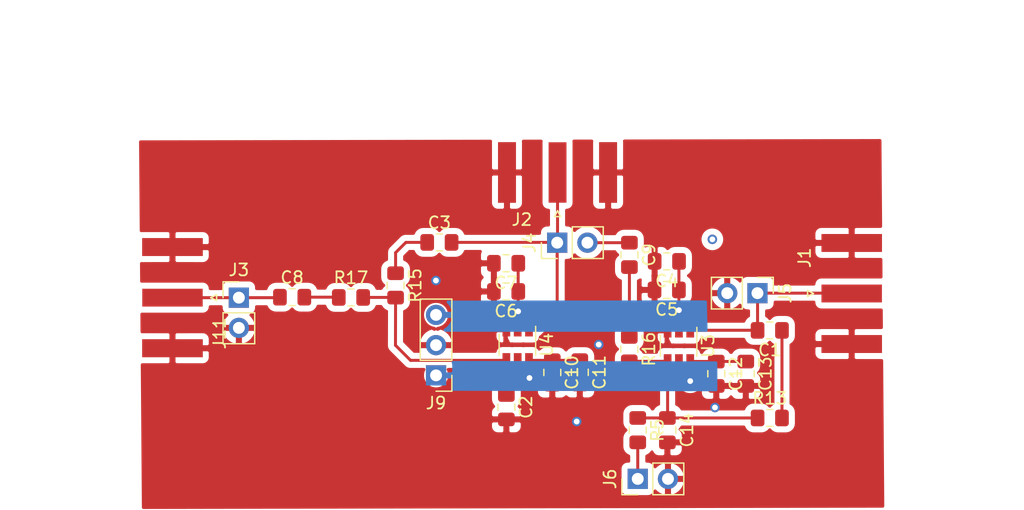
<source format=kicad_pcb>
(kicad_pcb (version 20171130) (host pcbnew "(5.1.5-0-10_14)")

  (general
    (thickness 1.6)
    (drawings 4)
    (tracks 66)
    (zones 0)
    (modules 29)
    (nets 15)
  )

  (page A4)
  (layers
    (0 F.Cu signal)
    (31 B.Cu signal)
    (32 B.Adhes user)
    (33 F.Adhes user)
    (34 B.Paste user)
    (35 F.Paste user)
    (36 B.SilkS user hide)
    (37 F.SilkS user)
    (38 B.Mask user)
    (39 F.Mask user hide)
    (40 Dwgs.User user)
    (41 Cmts.User user)
    (42 Eco1.User user)
    (43 Eco2.User user)
    (44 Edge.Cuts user)
    (45 Margin user)
    (46 B.CrtYd user)
    (47 F.CrtYd user)
    (48 B.Fab user)
    (49 F.Fab user)
  )

  (setup
    (last_trace_width 0.25)
    (trace_clearance 0.1524)
    (zone_clearance 0.508)
    (zone_45_only no)
    (trace_min 0.2)
    (via_size 0.8)
    (via_drill 0.4)
    (via_min_size 0.4)
    (via_min_drill 0.3)
    (uvia_size 0.3)
    (uvia_drill 0.1)
    (uvias_allowed no)
    (uvia_min_size 0.2)
    (uvia_min_drill 0.1)
    (edge_width 0.15)
    (segment_width 0.2)
    (pcb_text_width 0.3)
    (pcb_text_size 1.5 1.5)
    (mod_edge_width 0.15)
    (mod_text_size 1 1)
    (mod_text_width 0.15)
    (pad_size 1.7 1.7)
    (pad_drill 1)
    (pad_to_mask_clearance 0.051)
    (solder_mask_min_width 0.25)
    (aux_axis_origin 0 0)
    (visible_elements 7FFDEFFF)
    (pcbplotparams
      (layerselection 0x01000_ffffffff)
      (usegerberextensions false)
      (usegerberattributes false)
      (usegerberadvancedattributes false)
      (creategerberjobfile false)
      (excludeedgelayer true)
      (linewidth 0.100000)
      (plotframeref false)
      (viasonmask false)
      (mode 1)
      (useauxorigin false)
      (hpglpennumber 1)
      (hpglpenspeed 20)
      (hpglpendiameter 15.000000)
      (psnegative false)
      (psa4output false)
      (plotreference true)
      (plotvalue true)
      (plotinvisibletext false)
      (padsonsilk false)
      (subtractmaskfromsilk false)
      (outputformat 1)
      (mirror false)
      (drillshape 0)
      (scaleselection 1)
      (outputdirectory "../../../../../../../../../../Volumes/USB30FD/Conner/PLL Op-Amp Test/"))
  )

  (net 0 "")
  (net 1 GND)
  (net 2 +5V)
  (net 3 -5V)
  (net 4 "Net-(C1-Pad2)")
  (net 5 "Net-(C1-Pad1)")
  (net 6 "Net-(C2-Pad1)")
  (net 7 "Net-(C3-Pad2)")
  (net 8 "Net-(C3-Pad1)")
  (net 9 "Net-(C8-Pad1)")
  (net 10 "Net-(C8-Pad2)")
  (net 11 "Net-(C9-Pad1)")
  (net 12 "Net-(C9-Pad2)")
  (net 13 "Net-(C14-Pad1)")
  (net 14 "Net-(J6-Pad1)")

  (net_class Default "This is the default net class."
    (clearance 0.1524)
    (trace_width 0.25)
    (via_dia 0.8)
    (via_drill 0.4)
    (uvia_dia 0.3)
    (uvia_drill 0.1)
    (add_net +5V)
    (add_net -5V)
    (add_net GND)
    (add_net "Net-(C1-Pad1)")
    (add_net "Net-(C1-Pad2)")
    (add_net "Net-(C14-Pad1)")
    (add_net "Net-(C2-Pad1)")
    (add_net "Net-(C3-Pad1)")
    (add_net "Net-(C3-Pad2)")
    (add_net "Net-(C8-Pad1)")
    (add_net "Net-(C8-Pad2)")
    (add_net "Net-(C9-Pad1)")
    (add_net "Net-(C9-Pad2)")
    (add_net "Net-(J6-Pad1)")
  )

  (module Connector_Coaxial:SMA_Amphenol_132289_EdgeMount (layer F.Cu) (tedit 5E601133) (tstamp 5E55D582)
    (at 50.51 50.82 180)
    (descr http://www.amphenolrf.com/132289.html)
    (tags SMA)
    (path /5E5B37F5)
    (attr smd)
    (fp_text reference J11 (at -3.96 -3 90) (layer F.SilkS)
      (effects (font (size 1 1) (thickness 0.15)))
    )
    (fp_text value Conn_Coaxial (at 5 6) (layer F.Fab)
      (effects (font (size 1 1) (thickness 0.15)))
    )
    (fp_line (start -1.91 5.08) (end 4.445 5.08) (layer F.Fab) (width 0.1))
    (fp_line (start -1.91 3.81) (end -1.91 5.08) (layer F.Fab) (width 0.1))
    (fp_line (start 2.54 3.81) (end -1.91 3.81) (layer F.Fab) (width 0.1))
    (fp_line (start 2.54 -3.81) (end 2.54 3.81) (layer F.Fab) (width 0.1))
    (fp_line (start -1.91 -3.81) (end 2.54 -3.81) (layer F.Fab) (width 0.1))
    (fp_line (start -1.91 -5.08) (end -1.91 -3.81) (layer F.Fab) (width 0.1))
    (fp_line (start -1.91 -5.08) (end 4.445 -5.08) (layer F.Fab) (width 0.1))
    (fp_line (start 4.445 -3.81) (end 4.445 -5.08) (layer F.Fab) (width 0.1))
    (fp_line (start 4.445 5.08) (end 4.445 3.81) (layer F.Fab) (width 0.1))
    (fp_line (start 13.97 3.81) (end 4.445 3.81) (layer F.Fab) (width 0.1))
    (fp_line (start 13.97 -3.81) (end 13.97 3.81) (layer F.Fab) (width 0.1))
    (fp_line (start 4.445 -3.81) (end 13.97 -3.81) (layer F.Fab) (width 0.1))
    (fp_line (start -3.04 5.58) (end -3.04 -5.58) (layer B.CrtYd) (width 0.05))
    (fp_line (start 14.47 5.58) (end -3.04 5.58) (layer B.CrtYd) (width 0.05))
    (fp_line (start 14.47 -5.58) (end 14.47 5.58) (layer B.CrtYd) (width 0.05))
    (fp_line (start 14.47 -5.58) (end -3.04 -5.58) (layer B.CrtYd) (width 0.05))
    (fp_line (start -3.04 5.58) (end -3.04 -5.58) (layer F.CrtYd) (width 0.05))
    (fp_line (start 14.47 5.58) (end -3.04 5.58) (layer F.CrtYd) (width 0.05))
    (fp_line (start 14.47 -5.58) (end 14.47 5.58) (layer F.CrtYd) (width 0.05))
    (fp_line (start 14.47 -5.58) (end -3.04 -5.58) (layer F.CrtYd) (width 0.05))
    (fp_text user %R (at 4.79 0 270) (layer F.Fab)
      (effects (font (size 1 1) (thickness 0.15)))
    )
    (fp_line (start 2.54 -0.75) (end 3.54 0) (layer F.Fab) (width 0.1))
    (fp_line (start 3.54 0) (end 2.54 0.75) (layer F.Fab) (width 0.1))
    (fp_line (start -3.21 0) (end -3.71 -0.25) (layer F.SilkS) (width 0.12))
    (fp_line (start -3.71 -0.25) (end -3.71 0.25) (layer F.SilkS) (width 0.12))
    (fp_line (start -3.71 0.25) (end -3.21 0) (layer F.SilkS) (width 0.12))
    (pad 1 smd rect (at 0 0 270) (size 1.5 5.08) (layers F.Cu F.Paste F.Mask)
      (net 9 "Net-(C8-Pad1)"))
    (pad 2 smd rect (at 0 -4.25 270) (size 1.5 5.08) (layers F.Cu F.Paste F.Mask)
      (net 1 GND))
    (pad 2 smd rect (at 0 4.25 270) (size 1.5 5.08) (layers F.Cu F.Paste F.Mask)
      (net 1 GND))
    (pad 2 smd rect (at 0 -4.25 270) (size 1.5 5.08) (layers F.Cu B.Paste B.Mask)
      (net 1 GND))
    (pad 2 smd rect (at 0 4.25 270) (size 1.5 5.08) (layers F.Cu B.Paste B.Mask)
      (net 1 GND))
    (model ${KISYS3DMOD}/Connector_Coaxial.3dshapes/SMA_Amphenol_132289_EdgeMount.wrl
      (at (xyz 0 0 0))
      (scale (xyz 1 1 1))
      (rotate (xyz 0 0 0))
    )
  )

  (module Resistor_SMD:R_0805_2012Metric_Pad1.15x1.40mm_HandSolder (layer F.Cu) (tedit 5E60156E) (tstamp 5E5B7DD5)
    (at 88.9 55.145 270)
    (descr "Resistor SMD 0805 (2012 Metric), square (rectangular) end terminal, IPC_7351 nominal with elongated pad for handsoldering. (Body size source: https://docs.google.com/spreadsheets/d/1BsfQQcO9C6DZCsRaXUlFlo91Tg2WpOkGARC1WS5S8t0/edit?usp=sharing), generated with kicad-footprint-generator")
    (tags "resistor handsolder")
    (path /5E5D8E8D)
    (attr smd)
    (fp_text reference R16 (at 0 -1.65 90) (layer F.SilkS)
      (effects (font (size 1 1) (thickness 0.15)))
    )
    (fp_text value 1k (at 0 1.65 90) (layer F.Fab)
      (effects (font (size 1 1) (thickness 0.15)))
    )
    (fp_text user %R (at 0 0 90) (layer F.Fab)
      (effects (font (size 0.5 0.5) (thickness 0.08)))
    )
    (fp_line (start 1.85 0.95) (end -1.85 0.95) (layer F.CrtYd) (width 0.05))
    (fp_line (start 1.85 -0.95) (end 1.85 0.95) (layer F.CrtYd) (width 0.05))
    (fp_line (start -1.85 -0.95) (end 1.85 -0.95) (layer F.CrtYd) (width 0.05))
    (fp_line (start -1.85 0.95) (end -1.85 -0.95) (layer F.CrtYd) (width 0.05))
    (fp_line (start -0.261252 0.71) (end 0.261252 0.71) (layer F.SilkS) (width 0.12))
    (fp_line (start -0.261252 -0.71) (end 0.261252 -0.71) (layer F.SilkS) (width 0.12))
    (fp_line (start 1 0.6) (end -1 0.6) (layer F.Fab) (width 0.1))
    (fp_line (start 1 -0.6) (end 1 0.6) (layer F.Fab) (width 0.1))
    (fp_line (start -1 -0.6) (end 1 -0.6) (layer F.Fab) (width 0.1))
    (fp_line (start -1 0.6) (end -1 -0.6) (layer F.Fab) (width 0.1))
    (pad 2 smd roundrect (at 1.025 0 270) (size 1.15 1.4) (layers F.Cu F.Paste F.Mask) (roundrect_rratio 0.217)
      (net 13 "Net-(C14-Pad1)"))
    (pad 1 smd roundrect (at -1.025 0 270) (size 1.15 1.4) (layers F.Cu F.Paste F.Mask) (roundrect_rratio 0.217)
      (net 12 "Net-(C9-Pad2)"))
    (model ${KISYS3DMOD}/Resistor_SMD.3dshapes/R_0805_2012Metric.wrl
      (at (xyz 0 0 0))
      (scale (xyz 1 1 1))
      (rotate (xyz 0 0 0))
    )
  )

  (module Connector_PinHeader_2.54mm:PinHeader_1x02_P2.54mm_Vertical (layer F.Cu) (tedit 59FED5CC) (tstamp 5E55D056)
    (at 89.61 66.05 90)
    (descr "Through hole straight pin header, 1x02, 2.54mm pitch, single row")
    (tags "Through hole pin header THT 1x02 2.54mm single row")
    (path /5E5E33D0)
    (fp_text reference J6 (at 0 -2.33 90) (layer F.SilkS)
      (effects (font (size 1 1) (thickness 0.15)))
    )
    (fp_text value Conn_01x02_Male (at 0 4.87 90) (layer F.Fab)
      (effects (font (size 1 1) (thickness 0.15)))
    )
    (fp_line (start -0.635 -1.27) (end 1.27 -1.27) (layer F.Fab) (width 0.1))
    (fp_line (start 1.27 -1.27) (end 1.27 3.81) (layer F.Fab) (width 0.1))
    (fp_line (start 1.27 3.81) (end -1.27 3.81) (layer F.Fab) (width 0.1))
    (fp_line (start -1.27 3.81) (end -1.27 -0.635) (layer F.Fab) (width 0.1))
    (fp_line (start -1.27 -0.635) (end -0.635 -1.27) (layer F.Fab) (width 0.1))
    (fp_line (start -1.33 3.87) (end 1.33 3.87) (layer F.SilkS) (width 0.12))
    (fp_line (start -1.33 1.27) (end -1.33 3.87) (layer F.SilkS) (width 0.12))
    (fp_line (start 1.33 1.27) (end 1.33 3.87) (layer F.SilkS) (width 0.12))
    (fp_line (start -1.33 1.27) (end 1.33 1.27) (layer F.SilkS) (width 0.12))
    (fp_line (start -1.33 0) (end -1.33 -1.33) (layer F.SilkS) (width 0.12))
    (fp_line (start -1.33 -1.33) (end 0 -1.33) (layer F.SilkS) (width 0.12))
    (fp_line (start -1.8 -1.8) (end -1.8 4.35) (layer F.CrtYd) (width 0.05))
    (fp_line (start -1.8 4.35) (end 1.8 4.35) (layer F.CrtYd) (width 0.05))
    (fp_line (start 1.8 4.35) (end 1.8 -1.8) (layer F.CrtYd) (width 0.05))
    (fp_line (start 1.8 -1.8) (end -1.8 -1.8) (layer F.CrtYd) (width 0.05))
    (fp_text user %R (at 0 1.27) (layer F.Fab)
      (effects (font (size 1 1) (thickness 0.15)))
    )
    (pad 1 thru_hole rect (at 0 0 90) (size 1.7 1.7) (drill 1) (layers *.Cu *.Mask)
      (net 14 "Net-(J6-Pad1)"))
    (pad 2 thru_hole oval (at 0 2.54 90) (size 1.7 1.7) (drill 1) (layers *.Cu *.Mask)
      (net 1 GND))
    (model ${KISYS3DMOD}/Connector_PinHeader_2.54mm.3dshapes/PinHeader_1x02_P2.54mm_Vertical.wrl
      (at (xyz 0 0 0))
      (scale (xyz 1 1 1))
      (rotate (xyz 0 0 0))
    )
  )

  (module Connector_PinHeader_2.54mm:PinHeader_1x03_P2.54mm_Vertical (layer F.Cu) (tedit 5E601AD5) (tstamp 5E55D06D)
    (at 72.66 57.35 180)
    (descr "Through hole straight pin header, 1x03, 2.54mm pitch, single row")
    (tags "Through hole pin header THT 1x03 2.54mm single row")
    (path /5E57360C)
    (fp_text reference J9 (at 0 -2.33) (layer F.SilkS)
      (effects (font (size 1 1) (thickness 0.15)))
    )
    (fp_text value Conn_01x03_Male (at 0 7.41) (layer F.Fab)
      (effects (font (size 1 1) (thickness 0.15)))
    )
    (fp_line (start -0.635 -1.27) (end 1.27 -1.27) (layer F.Fab) (width 0.1))
    (fp_line (start 1.27 -1.27) (end 1.27 6.35) (layer F.Fab) (width 0.1))
    (fp_line (start 1.27 6.35) (end -1.27 6.35) (layer F.Fab) (width 0.1))
    (fp_line (start -1.27 6.35) (end -1.27 -0.635) (layer F.Fab) (width 0.1))
    (fp_line (start -1.27 -0.635) (end -0.635 -1.27) (layer F.Fab) (width 0.1))
    (fp_line (start -1.33 6.41) (end 1.33 6.41) (layer F.SilkS) (width 0.12))
    (fp_line (start -1.33 1.27) (end -1.33 6.41) (layer F.SilkS) (width 0.12))
    (fp_line (start 1.33 1.27) (end 1.33 6.41) (layer F.SilkS) (width 0.12))
    (fp_line (start -1.33 1.27) (end 1.33 1.27) (layer F.SilkS) (width 0.12))
    (fp_line (start -1.33 0) (end -1.33 -1.33) (layer F.SilkS) (width 0.12))
    (fp_line (start -1.33 -1.33) (end 0 -1.33) (layer F.SilkS) (width 0.12))
    (fp_line (start -1.8 -1.8) (end -1.8 6.85) (layer F.CrtYd) (width 0.05))
    (fp_line (start -1.8 6.85) (end 1.8 6.85) (layer F.CrtYd) (width 0.05))
    (fp_line (start 1.8 6.85) (end 1.8 -1.8) (layer F.CrtYd) (width 0.05))
    (fp_line (start 1.8 -1.8) (end -1.8 -1.8) (layer F.CrtYd) (width 0.05))
    (fp_text user %R (at 0 2.54 90) (layer F.Fab)
      (effects (font (size 1 1) (thickness 0.15)))
    )
    (pad 1 thru_hole rect (at 0 0 180) (size 1.7 1.7) (drill 1) (layers *.Mask B.Cu)
      (net 2 +5V))
    (pad 2 thru_hole oval (at 0 2.54 180) (size 1.7 1.7) (drill 1) (layers *.Cu *.Mask)
      (net 1 GND))
    (pad 3 thru_hole oval (at 0 5.08 180) (size 1.7 1.7) (drill 1) (layers *.Mask B.Cu)
      (net 3 -5V))
    (model ${KISYS3DMOD}/Connector_PinHeader_2.54mm.3dshapes/PinHeader_1x03_P2.54mm_Vertical.wrl
      (at (xyz 0 0 0))
      (scale (xyz 1 1 1))
      (rotate (xyz 0 0 0))
    )
  )

  (module Resistor_SMD:R_0805_2012Metric_Pad1.15x1.40mm_HandSolder (layer F.Cu) (tedit 5E601650) (tstamp 5E55D07E)
    (at 89.61 61.955 270)
    (descr "Resistor SMD 0805 (2012 Metric), square (rectangular) end terminal, IPC_7351 nominal with elongated pad for handsoldering. (Body size source: https://docs.google.com/spreadsheets/d/1BsfQQcO9C6DZCsRaXUlFlo91Tg2WpOkGARC1WS5S8t0/edit?usp=sharing), generated with kicad-footprint-generator")
    (tags "resistor handsolder")
    (path /5E5E2D3B)
    (attr smd)
    (fp_text reference R5 (at 0 -1.65 90) (layer F.SilkS)
      (effects (font (size 1 1) (thickness 0.15)))
    )
    (fp_text value 1k (at 0 1.65 90) (layer F.Fab)
      (effects (font (size 1 1) (thickness 0.15)))
    )
    (fp_line (start -1 0.6) (end -1 -0.6) (layer F.Fab) (width 0.1))
    (fp_line (start -1 -0.6) (end 1 -0.6) (layer F.Fab) (width 0.1))
    (fp_line (start 1 -0.6) (end 1 0.6) (layer F.Fab) (width 0.1))
    (fp_line (start 1 0.6) (end -1 0.6) (layer F.Fab) (width 0.1))
    (fp_line (start -0.261252 -0.71) (end 0.261252 -0.71) (layer F.SilkS) (width 0.12))
    (fp_line (start -0.261252 0.71) (end 0.261252 0.71) (layer F.SilkS) (width 0.12))
    (fp_line (start -1.85 0.95) (end -1.85 -0.95) (layer F.CrtYd) (width 0.05))
    (fp_line (start -1.85 -0.95) (end 1.85 -0.95) (layer F.CrtYd) (width 0.05))
    (fp_line (start 1.85 -0.95) (end 1.85 0.95) (layer F.CrtYd) (width 0.05))
    (fp_line (start 1.85 0.95) (end -1.85 0.95) (layer F.CrtYd) (width 0.05))
    (fp_text user %R (at 0 0 90) (layer F.Fab)
      (effects (font (size 0.5 0.5) (thickness 0.08)))
    )
    (pad 1 smd roundrect (at -1.025 0 270) (size 1.15 1.4) (layers F.Cu F.Paste F.Mask) (roundrect_rratio 0.217)
      (net 13 "Net-(C14-Pad1)"))
    (pad 2 smd roundrect (at 1.025 0 270) (size 1.15 1.4) (layers F.Cu F.Paste F.Mask) (roundrect_rratio 0.217)
      (net 14 "Net-(J6-Pad1)"))
    (model ${KISYS3DMOD}/Resistor_SMD.3dshapes/R_0805_2012Metric.wrl
      (at (xyz 0 0 0))
      (scale (xyz 1 1 1))
      (rotate (xyz 0 0 0))
    )
  )

  (module Resistor_SMD:R_0805_2012Metric_Pad1.15x1.40mm_HandSolder (layer F.Cu) (tedit 5E601646) (tstamp 5E55D08F)
    (at 100.705 60.93)
    (descr "Resistor SMD 0805 (2012 Metric), square (rectangular) end terminal, IPC_7351 nominal with elongated pad for handsoldering. (Body size source: https://docs.google.com/spreadsheets/d/1BsfQQcO9C6DZCsRaXUlFlo91Tg2WpOkGARC1WS5S8t0/edit?usp=sharing), generated with kicad-footprint-generator")
    (tags "resistor handsolder")
    (path /5E5C96C2)
    (attr smd)
    (fp_text reference R13 (at 0 -1.65) (layer F.SilkS)
      (effects (font (size 1 1) (thickness 0.15)))
    )
    (fp_text value 1k (at 0 1.65) (layer F.Fab)
      (effects (font (size 1 1) (thickness 0.15)))
    )
    (fp_line (start -1 0.6) (end -1 -0.6) (layer F.Fab) (width 0.1))
    (fp_line (start -1 -0.6) (end 1 -0.6) (layer F.Fab) (width 0.1))
    (fp_line (start 1 -0.6) (end 1 0.6) (layer F.Fab) (width 0.1))
    (fp_line (start 1 0.6) (end -1 0.6) (layer F.Fab) (width 0.1))
    (fp_line (start -0.261252 -0.71) (end 0.261252 -0.71) (layer F.SilkS) (width 0.12))
    (fp_line (start -0.261252 0.71) (end 0.261252 0.71) (layer F.SilkS) (width 0.12))
    (fp_line (start -1.85 0.95) (end -1.85 -0.95) (layer F.CrtYd) (width 0.05))
    (fp_line (start -1.85 -0.95) (end 1.85 -0.95) (layer F.CrtYd) (width 0.05))
    (fp_line (start 1.85 -0.95) (end 1.85 0.95) (layer F.CrtYd) (width 0.05))
    (fp_line (start 1.85 0.95) (end -1.85 0.95) (layer F.CrtYd) (width 0.05))
    (fp_text user %R (at 0 0) (layer F.Fab)
      (effects (font (size 0.5 0.5) (thickness 0.08)))
    )
    (pad 1 smd roundrect (at -1.025 0) (size 1.15 1.4) (layers F.Cu F.Paste F.Mask) (roundrect_rratio 0.217)
      (net 13 "Net-(C14-Pad1)"))
    (pad 2 smd roundrect (at 1.025 0) (size 1.15 1.4) (layers F.Cu F.Paste F.Mask) (roundrect_rratio 0.217)
      (net 5 "Net-(C1-Pad1)"))
    (model ${KISYS3DMOD}/Resistor_SMD.3dshapes/R_0805_2012Metric.wrl
      (at (xyz 0 0 0))
      (scale (xyz 1 1 1))
      (rotate (xyz 0 0 0))
    )
  )

  (module Resistor_SMD:R_0805_2012Metric_Pad1.15x1.40mm_HandSolder (layer F.Cu) (tedit 5E600F0F) (tstamp 5E55D0A0)
    (at 69.26 49.79 270)
    (descr "Resistor SMD 0805 (2012 Metric), square (rectangular) end terminal, IPC_7351 nominal with elongated pad for handsoldering. (Body size source: https://docs.google.com/spreadsheets/d/1BsfQQcO9C6DZCsRaXUlFlo91Tg2WpOkGARC1WS5S8t0/edit?usp=sharing), generated with kicad-footprint-generator")
    (tags "resistor handsolder")
    (path /5E5AB6E7)
    (attr smd)
    (fp_text reference R15 (at 0 -1.65 90) (layer F.SilkS)
      (effects (font (size 1 1) (thickness 0.15)))
    )
    (fp_text value 1k (at 0 1.65 90) (layer F.Fab)
      (effects (font (size 1 1) (thickness 0.15)))
    )
    (fp_line (start -1 0.6) (end -1 -0.6) (layer F.Fab) (width 0.1))
    (fp_line (start -1 -0.6) (end 1 -0.6) (layer F.Fab) (width 0.1))
    (fp_line (start 1 -0.6) (end 1 0.6) (layer F.Fab) (width 0.1))
    (fp_line (start 1 0.6) (end -1 0.6) (layer F.Fab) (width 0.1))
    (fp_line (start -0.261252 -0.71) (end 0.261252 -0.71) (layer F.SilkS) (width 0.12))
    (fp_line (start -0.261252 0.71) (end 0.261252 0.71) (layer F.SilkS) (width 0.12))
    (fp_line (start -1.85 0.95) (end -1.85 -0.95) (layer F.CrtYd) (width 0.05))
    (fp_line (start -1.85 -0.95) (end 1.85 -0.95) (layer F.CrtYd) (width 0.05))
    (fp_line (start 1.85 -0.95) (end 1.85 0.95) (layer F.CrtYd) (width 0.05))
    (fp_line (start 1.85 0.95) (end -1.85 0.95) (layer F.CrtYd) (width 0.05))
    (fp_text user %R (at 0 0 90) (layer F.Fab)
      (effects (font (size 0.5 0.5) (thickness 0.08)))
    )
    (pad 1 smd roundrect (at -1.025 0 270) (size 1.15 1.4) (layers F.Cu F.Paste F.Mask) (roundrect_rratio 0.217)
      (net 8 "Net-(C3-Pad1)"))
    (pad 2 smd roundrect (at 1.025 0 270) (size 1.15 1.4) (layers F.Cu F.Paste F.Mask) (roundrect_rratio 0.217)
      (net 6 "Net-(C2-Pad1)"))
    (model ${KISYS3DMOD}/Resistor_SMD.3dshapes/R_0805_2012Metric.wrl
      (at (xyz 0 0 0))
      (scale (xyz 1 1 1))
      (rotate (xyz 0 0 0))
    )
  )

  (module Resistor_SMD:R_0805_2012Metric_Pad1.15x1.40mm_HandSolder (layer F.Cu) (tedit 5E60109A) (tstamp 5E55D0C2)
    (at 65.51 50.8)
    (descr "Resistor SMD 0805 (2012 Metric), square (rectangular) end terminal, IPC_7351 nominal with elongated pad for handsoldering. (Body size source: https://docs.google.com/spreadsheets/d/1BsfQQcO9C6DZCsRaXUlFlo91Tg2WpOkGARC1WS5S8t0/edit?usp=sharing), generated with kicad-footprint-generator")
    (tags "resistor handsolder")
    (path /5E5AD2CA)
    (attr smd)
    (fp_text reference R17 (at 0 -1.65) (layer F.SilkS)
      (effects (font (size 1 1) (thickness 0.15)))
    )
    (fp_text value 1k (at 0 1.65) (layer F.Fab)
      (effects (font (size 1 1) (thickness 0.15)))
    )
    (fp_text user %R (at 0 0) (layer F.Fab)
      (effects (font (size 0.5 0.5) (thickness 0.08)))
    )
    (fp_line (start 1.85 0.95) (end -1.85 0.95) (layer F.CrtYd) (width 0.05))
    (fp_line (start 1.85 -0.95) (end 1.85 0.95) (layer F.CrtYd) (width 0.05))
    (fp_line (start -1.85 -0.95) (end 1.85 -0.95) (layer F.CrtYd) (width 0.05))
    (fp_line (start -1.85 0.95) (end -1.85 -0.95) (layer F.CrtYd) (width 0.05))
    (fp_line (start -0.261252 0.71) (end 0.261252 0.71) (layer F.SilkS) (width 0.12))
    (fp_line (start -0.261252 -0.71) (end 0.261252 -0.71) (layer F.SilkS) (width 0.12))
    (fp_line (start 1 0.6) (end -1 0.6) (layer F.Fab) (width 0.1))
    (fp_line (start 1 -0.6) (end 1 0.6) (layer F.Fab) (width 0.1))
    (fp_line (start -1 -0.6) (end 1 -0.6) (layer F.Fab) (width 0.1))
    (fp_line (start -1 0.6) (end -1 -0.6) (layer F.Fab) (width 0.1))
    (pad 2 smd roundrect (at 1.025 0) (size 1.15 1.4) (layers F.Cu F.Paste F.Mask) (roundrect_rratio 0.217)
      (net 6 "Net-(C2-Pad1)"))
    (pad 1 smd roundrect (at -1.025 0) (size 1.15 1.4) (layers F.Cu F.Paste F.Mask) (roundrect_rratio 0.217)
      (net 10 "Net-(C8-Pad2)"))
    (model ${KISYS3DMOD}/Resistor_SMD.3dshapes/R_0805_2012Metric.wrl
      (at (xyz 0 0 0))
      (scale (xyz 1 1 1))
      (rotate (xyz 0 0 0))
    )
  )

  (module Package_TO_SOT_SMD:TSOT-23-6 (layer F.Cu) (tedit 5A02FF57) (tstamp 5E55D0D8)
    (at 93.07 54.87 270)
    (descr "6-pin TSOT23 package, http://cds.linear.com/docs/en/packaging/SOT_6_05-08-1636.pdf")
    (tags "TSOT-23-6 MK06A TSOT-6")
    (path /5E5688E0)
    (attr smd)
    (fp_text reference U3 (at 0 -2.45 90) (layer F.SilkS)
      (effects (font (size 1 1) (thickness 0.15)))
    )
    (fp_text value LMH6611 (at 0 2.5 90) (layer F.Fab)
      (effects (font (size 1 1) (thickness 0.15)))
    )
    (fp_text user %R (at 0 0) (layer F.Fab)
      (effects (font (size 0.5 0.5) (thickness 0.075)))
    )
    (fp_line (start -0.88 1.56) (end 0.88 1.56) (layer F.SilkS) (width 0.12))
    (fp_line (start 0.88 -1.51) (end -1.55 -1.51) (layer F.SilkS) (width 0.12))
    (fp_line (start -0.88 -1) (end -0.43 -1.45) (layer F.Fab) (width 0.1))
    (fp_line (start 0.88 -1.45) (end -0.43 -1.45) (layer F.Fab) (width 0.1))
    (fp_line (start -0.88 -1) (end -0.88 1.45) (layer F.Fab) (width 0.1))
    (fp_line (start 0.88 1.45) (end -0.88 1.45) (layer F.Fab) (width 0.1))
    (fp_line (start 0.88 -1.45) (end 0.88 1.45) (layer F.Fab) (width 0.1))
    (fp_line (start -2.17 -1.7) (end 2.17 -1.7) (layer F.CrtYd) (width 0.05))
    (fp_line (start -2.17 -1.7) (end -2.17 1.7) (layer F.CrtYd) (width 0.05))
    (fp_line (start 2.17 1.7) (end 2.17 -1.7) (layer F.CrtYd) (width 0.05))
    (fp_line (start 2.17 1.7) (end -2.17 1.7) (layer F.CrtYd) (width 0.05))
    (pad 1 smd rect (at -1.31 -0.95 270) (size 1.22 0.65) (layers F.Cu F.Paste F.Mask)
      (net 4 "Net-(C1-Pad2)"))
    (pad 2 smd rect (at -1.31 0 270) (size 1.22 0.65) (layers F.Cu F.Paste F.Mask)
      (net 3 -5V))
    (pad 3 smd rect (at -1.31 0.95 270) (size 1.22 0.65) (layers F.Cu F.Paste F.Mask)
      (net 1 GND))
    (pad 4 smd rect (at 1.31 0.95 270) (size 1.22 0.65) (layers F.Cu F.Paste F.Mask)
      (net 13 "Net-(C14-Pad1)"))
    (pad 5 smd rect (at 1.31 0 270) (size 1.22 0.65) (layers F.Cu F.Paste F.Mask))
    (pad 6 smd rect (at 1.31 -0.95 270) (size 1.22 0.65) (layers F.Cu F.Paste F.Mask)
      (net 2 +5V))
    (model ${KISYS3DMOD}/Package_TO_SOT_SMD.3dshapes/TSOT-23-6.wrl
      (at (xyz 0 0 0))
      (scale (xyz 1 1 1))
      (rotate (xyz 0 0 0))
    )
  )

  (module Package_TO_SOT_SMD:TSOT-23-6 (layer F.Cu) (tedit 5A02FF57) (tstamp 5E55D0EE)
    (at 79.52 54.78 270)
    (descr "6-pin TSOT23 package, http://cds.linear.com/docs/en/packaging/SOT_6_05-08-1636.pdf")
    (tags "TSOT-23-6 MK06A TSOT-6")
    (path /5E55DBE3)
    (attr smd)
    (fp_text reference U4 (at 0 -2.45 90) (layer F.SilkS)
      (effects (font (size 1 1) (thickness 0.15)))
    )
    (fp_text value LMH6611 (at 0 2.5 90) (layer F.Fab)
      (effects (font (size 1 1) (thickness 0.15)))
    )
    (fp_line (start 2.17 1.7) (end -2.17 1.7) (layer F.CrtYd) (width 0.05))
    (fp_line (start 2.17 1.7) (end 2.17 -1.7) (layer F.CrtYd) (width 0.05))
    (fp_line (start -2.17 -1.7) (end -2.17 1.7) (layer F.CrtYd) (width 0.05))
    (fp_line (start -2.17 -1.7) (end 2.17 -1.7) (layer F.CrtYd) (width 0.05))
    (fp_line (start 0.88 -1.45) (end 0.88 1.45) (layer F.Fab) (width 0.1))
    (fp_line (start 0.88 1.45) (end -0.88 1.45) (layer F.Fab) (width 0.1))
    (fp_line (start -0.88 -1) (end -0.88 1.45) (layer F.Fab) (width 0.1))
    (fp_line (start 0.88 -1.45) (end -0.43 -1.45) (layer F.Fab) (width 0.1))
    (fp_line (start -0.88 -1) (end -0.43 -1.45) (layer F.Fab) (width 0.1))
    (fp_line (start 0.88 -1.51) (end -1.55 -1.51) (layer F.SilkS) (width 0.12))
    (fp_line (start -0.88 1.56) (end 0.88 1.56) (layer F.SilkS) (width 0.12))
    (fp_text user %R (at 0.06 -0.02) (layer F.Fab)
      (effects (font (size 0.5 0.5) (thickness 0.075)))
    )
    (pad 6 smd rect (at 1.31 -0.95 270) (size 1.22 0.65) (layers F.Cu F.Paste F.Mask)
      (net 2 +5V))
    (pad 5 smd rect (at 1.31 0 270) (size 1.22 0.65) (layers F.Cu F.Paste F.Mask))
    (pad 4 smd rect (at 1.31 0.95 270) (size 1.22 0.65) (layers F.Cu F.Paste F.Mask)
      (net 6 "Net-(C2-Pad1)"))
    (pad 3 smd rect (at -1.31 0.95 270) (size 1.22 0.65) (layers F.Cu F.Paste F.Mask)
      (net 1 GND))
    (pad 2 smd rect (at -1.31 0 270) (size 1.22 0.65) (layers F.Cu F.Paste F.Mask)
      (net 3 -5V))
    (pad 1 smd rect (at -1.31 -0.95 270) (size 1.22 0.65) (layers F.Cu F.Paste F.Mask)
      (net 7 "Net-(C3-Pad2)"))
    (model ${KISYS3DMOD}/Package_TO_SOT_SMD.3dshapes/TSOT-23-6.wrl
      (at (xyz 0 0 0))
      (scale (xyz 1 1 1))
      (rotate (xyz 0 0 0))
    )
  )

  (module Connector_Coaxial:SMA_Amphenol_132289_EdgeMount (layer F.Cu) (tedit 5E600EBB) (tstamp 5E605DAF)
    (at 107.59 50.47)
    (descr http://www.amphenolrf.com/132289.html)
    (tags SMA)
    (path /5E60E07C)
    (attr smd)
    (fp_text reference J1 (at -3.96 -3 90) (layer F.SilkS)
      (effects (font (size 1 1) (thickness 0.15)))
    )
    (fp_text value Conn_Coaxial (at 5 6) (layer F.Fab)
      (effects (font (size 1 1) (thickness 0.15)))
    )
    (fp_line (start -1.91 5.08) (end 4.445 5.08) (layer F.Fab) (width 0.1))
    (fp_line (start -1.91 3.81) (end -1.91 5.08) (layer F.Fab) (width 0.1))
    (fp_line (start 2.54 3.81) (end -1.91 3.81) (layer F.Fab) (width 0.1))
    (fp_line (start 2.54 -3.81) (end 2.54 3.81) (layer F.Fab) (width 0.1))
    (fp_line (start -1.91 -3.81) (end 2.54 -3.81) (layer F.Fab) (width 0.1))
    (fp_line (start -1.91 -5.08) (end -1.91 -3.81) (layer F.Fab) (width 0.1))
    (fp_line (start -1.91 -5.08) (end 4.445 -5.08) (layer F.Fab) (width 0.1))
    (fp_line (start 4.445 -3.81) (end 4.445 -5.08) (layer F.Fab) (width 0.1))
    (fp_line (start 4.445 5.08) (end 4.445 3.81) (layer F.Fab) (width 0.1))
    (fp_line (start 13.97 3.81) (end 4.445 3.81) (layer F.Fab) (width 0.1))
    (fp_line (start 13.97 -3.81) (end 13.97 3.81) (layer F.Fab) (width 0.1))
    (fp_line (start 4.445 -3.81) (end 13.97 -3.81) (layer F.Fab) (width 0.1))
    (fp_line (start -3.04 5.58) (end -3.04 -5.58) (layer B.CrtYd) (width 0.05))
    (fp_line (start 14.47 5.58) (end -3.04 5.58) (layer B.CrtYd) (width 0.05))
    (fp_line (start 14.47 -5.58) (end 14.47 5.58) (layer B.CrtYd) (width 0.05))
    (fp_line (start 14.47 -5.58) (end -3.04 -5.58) (layer B.CrtYd) (width 0.05))
    (fp_line (start -3.04 5.58) (end -3.04 -5.58) (layer F.CrtYd) (width 0.05))
    (fp_line (start 14.47 5.58) (end -3.04 5.58) (layer F.CrtYd) (width 0.05))
    (fp_line (start 14.47 -5.58) (end 14.47 5.58) (layer F.CrtYd) (width 0.05))
    (fp_line (start 14.47 -5.58) (end -3.04 -5.58) (layer F.CrtYd) (width 0.05))
    (fp_text user %R (at 4.79 0 270) (layer F.Fab)
      (effects (font (size 1 1) (thickness 0.15)))
    )
    (fp_line (start 2.54 -0.75) (end 3.54 0) (layer F.Fab) (width 0.1))
    (fp_line (start 3.54 0) (end 2.54 0.75) (layer F.Fab) (width 0.1))
    (fp_line (start -3.21 0) (end -3.71 -0.25) (layer F.SilkS) (width 0.12))
    (fp_line (start -3.71 -0.25) (end -3.71 0.25) (layer F.SilkS) (width 0.12))
    (fp_line (start -3.71 0.25) (end -3.21 0) (layer F.SilkS) (width 0.12))
    (pad 1 smd rect (at 0 0 90) (size 1.5 5.08) (layers F.Cu F.Paste F.Mask)
      (net 4 "Net-(C1-Pad2)"))
    (pad 2 smd rect (at 0 -4.25 90) (size 1.5 5.08) (layers F.Cu F.Paste F.Mask)
      (net 1 GND))
    (pad 2 smd rect (at 0 4.25 90) (size 1.5 5.08) (layers F.Cu F.Paste F.Mask)
      (net 1 GND))
    (pad 2 smd rect (at 0 -4.25 90) (size 1.5 5.08) (layers F.Cu B.Paste B.Mask)
      (net 1 GND))
    (pad 2 smd rect (at 0 4.25 90) (size 1.5 5.08) (layers F.Cu B.Paste B.Mask)
      (net 1 GND))
    (model ${KISYS3DMOD}/Connector_Coaxial.3dshapes/SMA_Amphenol_132289_EdgeMount.wrl
      (at (xyz 0 0 0))
      (scale (xyz 1 1 1))
      (rotate (xyz 0 0 0))
    )
  )

  (module Connector_Coaxial:SMA_Amphenol_132289_EdgeMount (layer F.Cu) (tedit 5E600FAA) (tstamp 5E605DF3)
    (at 82.87 40.3 90)
    (descr http://www.amphenolrf.com/132289.html)
    (tags SMA)
    (path /5E60BB7D)
    (attr smd)
    (fp_text reference J2 (at -3.96 -3) (layer F.SilkS)
      (effects (font (size 1 1) (thickness 0.15)))
    )
    (fp_text value Conn_Coaxial (at 5 6 90) (layer F.Fab)
      (effects (font (size 1 1) (thickness 0.15)))
    )
    (fp_line (start -3.71 0.25) (end -3.21 0) (layer F.SilkS) (width 0.12))
    (fp_line (start -3.71 -0.25) (end -3.71 0.25) (layer F.SilkS) (width 0.12))
    (fp_line (start -3.21 0) (end -3.71 -0.25) (layer F.SilkS) (width 0.12))
    (fp_line (start 3.54 0) (end 2.54 0.75) (layer F.Fab) (width 0.1))
    (fp_line (start 2.54 -0.75) (end 3.54 0) (layer F.Fab) (width 0.1))
    (fp_text user %R (at 4.79 0 180) (layer F.Fab)
      (effects (font (size 1 1) (thickness 0.15)))
    )
    (fp_line (start 14.47 -5.58) (end -3.04 -5.58) (layer F.CrtYd) (width 0.05))
    (fp_line (start 14.47 -5.58) (end 14.47 5.58) (layer F.CrtYd) (width 0.05))
    (fp_line (start 14.47 5.58) (end -3.04 5.58) (layer F.CrtYd) (width 0.05))
    (fp_line (start -3.04 5.58) (end -3.04 -5.58) (layer F.CrtYd) (width 0.05))
    (fp_line (start 14.47 -5.58) (end -3.04 -5.58) (layer B.CrtYd) (width 0.05))
    (fp_line (start 14.47 -5.58) (end 14.47 5.58) (layer B.CrtYd) (width 0.05))
    (fp_line (start 14.47 5.58) (end -3.04 5.58) (layer B.CrtYd) (width 0.05))
    (fp_line (start -3.04 5.58) (end -3.04 -5.58) (layer B.CrtYd) (width 0.05))
    (fp_line (start 4.445 -3.81) (end 13.97 -3.81) (layer F.Fab) (width 0.1))
    (fp_line (start 13.97 -3.81) (end 13.97 3.81) (layer F.Fab) (width 0.1))
    (fp_line (start 13.97 3.81) (end 4.445 3.81) (layer F.Fab) (width 0.1))
    (fp_line (start 4.445 5.08) (end 4.445 3.81) (layer F.Fab) (width 0.1))
    (fp_line (start 4.445 -3.81) (end 4.445 -5.08) (layer F.Fab) (width 0.1))
    (fp_line (start -1.91 -5.08) (end 4.445 -5.08) (layer F.Fab) (width 0.1))
    (fp_line (start -1.91 -5.08) (end -1.91 -3.81) (layer F.Fab) (width 0.1))
    (fp_line (start -1.91 -3.81) (end 2.54 -3.81) (layer F.Fab) (width 0.1))
    (fp_line (start 2.54 -3.81) (end 2.54 3.81) (layer F.Fab) (width 0.1))
    (fp_line (start 2.54 3.81) (end -1.91 3.81) (layer F.Fab) (width 0.1))
    (fp_line (start -1.91 3.81) (end -1.91 5.08) (layer F.Fab) (width 0.1))
    (fp_line (start -1.91 5.08) (end 4.445 5.08) (layer F.Fab) (width 0.1))
    (pad 2 smd rect (at 0 4.25 180) (size 1.5 5.08) (layers F.Cu B.Paste B.Mask)
      (net 1 GND))
    (pad 2 smd rect (at 0 -4.25 180) (size 1.5 5.08) (layers F.Cu B.Paste B.Mask)
      (net 1 GND))
    (pad 2 smd rect (at 0 4.25 180) (size 1.5 5.08) (layers F.Cu F.Paste F.Mask)
      (net 1 GND))
    (pad 2 smd rect (at 0 -4.25 180) (size 1.5 5.08) (layers F.Cu F.Paste F.Mask)
      (net 1 GND))
    (pad 1 smd rect (at 0 0 180) (size 1.5 5.08) (layers F.Cu F.Paste F.Mask)
      (net 7 "Net-(C3-Pad2)"))
    (model ${KISYS3DMOD}/Connector_Coaxial.3dshapes/SMA_Amphenol_132289_EdgeMount.wrl
      (at (xyz 0 0 0))
      (scale (xyz 1 1 1))
      (rotate (xyz 0 0 0))
    )
  )

  (module Capacitor_SMD:C_0805_2012Metric_Pad1.15x1.40mm_HandSolder (layer F.Cu) (tedit 5B36C52B) (tstamp 5E6176F5)
    (at 100.705 53.57 180)
    (descr "Capacitor SMD 0805 (2012 Metric), square (rectangular) end terminal, IPC_7351 nominal with elongated pad for handsoldering. (Body size source: https://docs.google.com/spreadsheets/d/1BsfQQcO9C6DZCsRaXUlFlo91Tg2WpOkGARC1WS5S8t0/edit?usp=sharing), generated with kicad-footprint-generator")
    (tags "capacitor handsolder")
    (path /5E671CF0)
    (attr smd)
    (fp_text reference C1 (at 0 -1.65) (layer F.SilkS)
      (effects (font (size 1 1) (thickness 0.15)))
    )
    (fp_text value 150pF (at 0 1.65) (layer F.Fab)
      (effects (font (size 1 1) (thickness 0.15)))
    )
    (fp_text user %R (at 0 0) (layer F.Fab)
      (effects (font (size 0.5 0.5) (thickness 0.08)))
    )
    (fp_line (start 1.85 0.95) (end -1.85 0.95) (layer F.CrtYd) (width 0.05))
    (fp_line (start 1.85 -0.95) (end 1.85 0.95) (layer F.CrtYd) (width 0.05))
    (fp_line (start -1.85 -0.95) (end 1.85 -0.95) (layer F.CrtYd) (width 0.05))
    (fp_line (start -1.85 0.95) (end -1.85 -0.95) (layer F.CrtYd) (width 0.05))
    (fp_line (start -0.261252 0.71) (end 0.261252 0.71) (layer F.SilkS) (width 0.12))
    (fp_line (start -0.261252 -0.71) (end 0.261252 -0.71) (layer F.SilkS) (width 0.12))
    (fp_line (start 1 0.6) (end -1 0.6) (layer F.Fab) (width 0.1))
    (fp_line (start 1 -0.6) (end 1 0.6) (layer F.Fab) (width 0.1))
    (fp_line (start -1 -0.6) (end 1 -0.6) (layer F.Fab) (width 0.1))
    (fp_line (start -1 0.6) (end -1 -0.6) (layer F.Fab) (width 0.1))
    (pad 2 smd roundrect (at 1.025 0 180) (size 1.15 1.4) (layers F.Cu F.Paste F.Mask) (roundrect_rratio 0.217391)
      (net 4 "Net-(C1-Pad2)"))
    (pad 1 smd roundrect (at -1.025 0 180) (size 1.15 1.4) (layers F.Cu F.Paste F.Mask) (roundrect_rratio 0.217391)
      (net 5 "Net-(C1-Pad1)"))
    (model ${KISYS3DMOD}/Capacitor_SMD.3dshapes/C_0805_2012Metric.wrl
      (at (xyz 0 0 0))
      (scale (xyz 1 1 1))
      (rotate (xyz 0 0 0))
    )
  )

  (module Capacitor_SMD:C_0805_2012Metric_Pad1.15x1.40mm_HandSolder (layer F.Cu) (tedit 5B36C52B) (tstamp 5E617706)
    (at 78.57 60.025 270)
    (descr "Capacitor SMD 0805 (2012 Metric), square (rectangular) end terminal, IPC_7351 nominal with elongated pad for handsoldering. (Body size source: https://docs.google.com/spreadsheets/d/1BsfQQcO9C6DZCsRaXUlFlo91Tg2WpOkGARC1WS5S8t0/edit?usp=sharing), generated with kicad-footprint-generator")
    (tags "capacitor handsolder")
    (path /5E61C404)
    (attr smd)
    (fp_text reference C2 (at 0 -1.65 90) (layer F.SilkS)
      (effects (font (size 1 1) (thickness 0.15)))
    )
    (fp_text value 1nF (at 0 1.65 90) (layer F.Fab)
      (effects (font (size 1 1) (thickness 0.15)))
    )
    (fp_line (start -1 0.6) (end -1 -0.6) (layer F.Fab) (width 0.1))
    (fp_line (start -1 -0.6) (end 1 -0.6) (layer F.Fab) (width 0.1))
    (fp_line (start 1 -0.6) (end 1 0.6) (layer F.Fab) (width 0.1))
    (fp_line (start 1 0.6) (end -1 0.6) (layer F.Fab) (width 0.1))
    (fp_line (start -0.261252 -0.71) (end 0.261252 -0.71) (layer F.SilkS) (width 0.12))
    (fp_line (start -0.261252 0.71) (end 0.261252 0.71) (layer F.SilkS) (width 0.12))
    (fp_line (start -1.85 0.95) (end -1.85 -0.95) (layer F.CrtYd) (width 0.05))
    (fp_line (start -1.85 -0.95) (end 1.85 -0.95) (layer F.CrtYd) (width 0.05))
    (fp_line (start 1.85 -0.95) (end 1.85 0.95) (layer F.CrtYd) (width 0.05))
    (fp_line (start 1.85 0.95) (end -1.85 0.95) (layer F.CrtYd) (width 0.05))
    (fp_text user %R (at 0 0 90) (layer F.Fab)
      (effects (font (size 0.5 0.5) (thickness 0.08)))
    )
    (pad 1 smd roundrect (at -1.025 0 270) (size 1.15 1.4) (layers F.Cu F.Paste F.Mask) (roundrect_rratio 0.217391)
      (net 6 "Net-(C2-Pad1)"))
    (pad 2 smd roundrect (at 1.025 0 270) (size 1.15 1.4) (layers F.Cu F.Paste F.Mask) (roundrect_rratio 0.217391)
      (net 1 GND))
    (model ${KISYS3DMOD}/Capacitor_SMD.3dshapes/C_0805_2012Metric.wrl
      (at (xyz 0 0 0))
      (scale (xyz 1 1 1))
      (rotate (xyz 0 0 0))
    )
  )

  (module Capacitor_SMD:C_0805_2012Metric_Pad1.15x1.40mm_HandSolder (layer F.Cu) (tedit 5B36C52B) (tstamp 5E617717)
    (at 72.94 46.175)
    (descr "Capacitor SMD 0805 (2012 Metric), square (rectangular) end terminal, IPC_7351 nominal with elongated pad for handsoldering. (Body size source: https://docs.google.com/spreadsheets/d/1BsfQQcO9C6DZCsRaXUlFlo91Tg2WpOkGARC1WS5S8t0/edit?usp=sharing), generated with kicad-footprint-generator")
    (tags "capacitor handsolder")
    (path /5E61BE4A)
    (attr smd)
    (fp_text reference C3 (at 0 -1.65) (layer F.SilkS)
      (effects (font (size 1 1) (thickness 0.15)))
    )
    (fp_text value 150pF (at 0 1.65) (layer F.Fab)
      (effects (font (size 1 1) (thickness 0.15)))
    )
    (fp_text user %R (at 0 0) (layer F.Fab)
      (effects (font (size 0.5 0.5) (thickness 0.08)))
    )
    (fp_line (start 1.85 0.95) (end -1.85 0.95) (layer F.CrtYd) (width 0.05))
    (fp_line (start 1.85 -0.95) (end 1.85 0.95) (layer F.CrtYd) (width 0.05))
    (fp_line (start -1.85 -0.95) (end 1.85 -0.95) (layer F.CrtYd) (width 0.05))
    (fp_line (start -1.85 0.95) (end -1.85 -0.95) (layer F.CrtYd) (width 0.05))
    (fp_line (start -0.261252 0.71) (end 0.261252 0.71) (layer F.SilkS) (width 0.12))
    (fp_line (start -0.261252 -0.71) (end 0.261252 -0.71) (layer F.SilkS) (width 0.12))
    (fp_line (start 1 0.6) (end -1 0.6) (layer F.Fab) (width 0.1))
    (fp_line (start 1 -0.6) (end 1 0.6) (layer F.Fab) (width 0.1))
    (fp_line (start -1 -0.6) (end 1 -0.6) (layer F.Fab) (width 0.1))
    (fp_line (start -1 0.6) (end -1 -0.6) (layer F.Fab) (width 0.1))
    (pad 2 smd roundrect (at 1.025 0) (size 1.15 1.4) (layers F.Cu F.Paste F.Mask) (roundrect_rratio 0.217391)
      (net 7 "Net-(C3-Pad2)"))
    (pad 1 smd roundrect (at -1.025 0) (size 1.15 1.4) (layers F.Cu F.Paste F.Mask) (roundrect_rratio 0.217391)
      (net 8 "Net-(C3-Pad1)"))
    (model ${KISYS3DMOD}/Capacitor_SMD.3dshapes/C_0805_2012Metric.wrl
      (at (xyz 0 0 0))
      (scale (xyz 1 1 1))
      (rotate (xyz 0 0 0))
    )
  )

  (module Capacitor_SMD:C_0805_2012Metric_Pad1.15x1.40mm_HandSolder (layer F.Cu) (tedit 5B36C52B) (tstamp 5E617728)
    (at 92.055 47.77 180)
    (descr "Capacitor SMD 0805 (2012 Metric), square (rectangular) end terminal, IPC_7351 nominal with elongated pad for handsoldering. (Body size source: https://docs.google.com/spreadsheets/d/1BsfQQcO9C6DZCsRaXUlFlo91Tg2WpOkGARC1WS5S8t0/edit?usp=sharing), generated with kicad-footprint-generator")
    (tags "capacitor handsolder")
    (path /5E6228D4)
    (attr smd)
    (fp_text reference C4 (at 0 -1.65) (layer F.SilkS)
      (effects (font (size 1 1) (thickness 0.15)))
    )
    (fp_text value 0.1uF (at 0 1.65) (layer F.Fab)
      (effects (font (size 1 1) (thickness 0.15)))
    )
    (fp_text user %R (at 0 0) (layer F.Fab)
      (effects (font (size 0.5 0.5) (thickness 0.08)))
    )
    (fp_line (start 1.85 0.95) (end -1.85 0.95) (layer F.CrtYd) (width 0.05))
    (fp_line (start 1.85 -0.95) (end 1.85 0.95) (layer F.CrtYd) (width 0.05))
    (fp_line (start -1.85 -0.95) (end 1.85 -0.95) (layer F.CrtYd) (width 0.05))
    (fp_line (start -1.85 0.95) (end -1.85 -0.95) (layer F.CrtYd) (width 0.05))
    (fp_line (start -0.261252 0.71) (end 0.261252 0.71) (layer F.SilkS) (width 0.12))
    (fp_line (start -0.261252 -0.71) (end 0.261252 -0.71) (layer F.SilkS) (width 0.12))
    (fp_line (start 1 0.6) (end -1 0.6) (layer F.Fab) (width 0.1))
    (fp_line (start 1 -0.6) (end 1 0.6) (layer F.Fab) (width 0.1))
    (fp_line (start -1 -0.6) (end 1 -0.6) (layer F.Fab) (width 0.1))
    (fp_line (start -1 0.6) (end -1 -0.6) (layer F.Fab) (width 0.1))
    (pad 2 smd roundrect (at 1.025 0 180) (size 1.15 1.4) (layers F.Cu F.Paste F.Mask) (roundrect_rratio 0.217391)
      (net 1 GND))
    (pad 1 smd roundrect (at -1.025 0 180) (size 1.15 1.4) (layers F.Cu F.Paste F.Mask) (roundrect_rratio 0.217391)
      (net 3 -5V))
    (model ${KISYS3DMOD}/Capacitor_SMD.3dshapes/C_0805_2012Metric.wrl
      (at (xyz 0 0 0))
      (scale (xyz 1 1 1))
      (rotate (xyz 0 0 0))
    )
  )

  (module Capacitor_SMD:C_0805_2012Metric_Pad1.15x1.40mm_HandSolder (layer F.Cu) (tedit 5B36C52B) (tstamp 5E617739)
    (at 92.045 50.17 180)
    (descr "Capacitor SMD 0805 (2012 Metric), square (rectangular) end terminal, IPC_7351 nominal with elongated pad for handsoldering. (Body size source: https://docs.google.com/spreadsheets/d/1BsfQQcO9C6DZCsRaXUlFlo91Tg2WpOkGARC1WS5S8t0/edit?usp=sharing), generated with kicad-footprint-generator")
    (tags "capacitor handsolder")
    (path /5E652DDF)
    (attr smd)
    (fp_text reference C5 (at 0 -1.65) (layer F.SilkS)
      (effects (font (size 1 1) (thickness 0.15)))
    )
    (fp_text value 0.1uF (at 0 1.65) (layer F.Fab)
      (effects (font (size 1 1) (thickness 0.15)))
    )
    (fp_text user %R (at 0 0) (layer F.Fab)
      (effects (font (size 0.5 0.5) (thickness 0.08)))
    )
    (fp_line (start 1.85 0.95) (end -1.85 0.95) (layer F.CrtYd) (width 0.05))
    (fp_line (start 1.85 -0.95) (end 1.85 0.95) (layer F.CrtYd) (width 0.05))
    (fp_line (start -1.85 -0.95) (end 1.85 -0.95) (layer F.CrtYd) (width 0.05))
    (fp_line (start -1.85 0.95) (end -1.85 -0.95) (layer F.CrtYd) (width 0.05))
    (fp_line (start -0.261252 0.71) (end 0.261252 0.71) (layer F.SilkS) (width 0.12))
    (fp_line (start -0.261252 -0.71) (end 0.261252 -0.71) (layer F.SilkS) (width 0.12))
    (fp_line (start 1 0.6) (end -1 0.6) (layer F.Fab) (width 0.1))
    (fp_line (start 1 -0.6) (end 1 0.6) (layer F.Fab) (width 0.1))
    (fp_line (start -1 -0.6) (end 1 -0.6) (layer F.Fab) (width 0.1))
    (fp_line (start -1 0.6) (end -1 -0.6) (layer F.Fab) (width 0.1))
    (pad 2 smd roundrect (at 1.025 0 180) (size 1.15 1.4) (layers F.Cu F.Paste F.Mask) (roundrect_rratio 0.217391)
      (net 1 GND))
    (pad 1 smd roundrect (at -1.025 0 180) (size 1.15 1.4) (layers F.Cu F.Paste F.Mask) (roundrect_rratio 0.217391)
      (net 3 -5V))
    (model ${KISYS3DMOD}/Capacitor_SMD.3dshapes/C_0805_2012Metric.wrl
      (at (xyz 0 0 0))
      (scale (xyz 1 1 1))
      (rotate (xyz 0 0 0))
    )
  )

  (module Capacitor_SMD:C_0805_2012Metric_Pad1.15x1.40mm_HandSolder (layer F.Cu) (tedit 5B36C52B) (tstamp 5E61774A)
    (at 78.545 50.3 180)
    (descr "Capacitor SMD 0805 (2012 Metric), square (rectangular) end terminal, IPC_7351 nominal with elongated pad for handsoldering. (Body size source: https://docs.google.com/spreadsheets/d/1BsfQQcO9C6DZCsRaXUlFlo91Tg2WpOkGARC1WS5S8t0/edit?usp=sharing), generated with kicad-footprint-generator")
    (tags "capacitor handsolder")
    (path /5E6228DA)
    (attr smd)
    (fp_text reference C6 (at 0 -1.65) (layer F.SilkS)
      (effects (font (size 1 1) (thickness 0.15)))
    )
    (fp_text value 10uF (at 0 1.65) (layer F.Fab)
      (effects (font (size 1 1) (thickness 0.15)))
    )
    (fp_line (start -1 0.6) (end -1 -0.6) (layer F.Fab) (width 0.1))
    (fp_line (start -1 -0.6) (end 1 -0.6) (layer F.Fab) (width 0.1))
    (fp_line (start 1 -0.6) (end 1 0.6) (layer F.Fab) (width 0.1))
    (fp_line (start 1 0.6) (end -1 0.6) (layer F.Fab) (width 0.1))
    (fp_line (start -0.261252 -0.71) (end 0.261252 -0.71) (layer F.SilkS) (width 0.12))
    (fp_line (start -0.261252 0.71) (end 0.261252 0.71) (layer F.SilkS) (width 0.12))
    (fp_line (start -1.85 0.95) (end -1.85 -0.95) (layer F.CrtYd) (width 0.05))
    (fp_line (start -1.85 -0.95) (end 1.85 -0.95) (layer F.CrtYd) (width 0.05))
    (fp_line (start 1.85 -0.95) (end 1.85 0.95) (layer F.CrtYd) (width 0.05))
    (fp_line (start 1.85 0.95) (end -1.85 0.95) (layer F.CrtYd) (width 0.05))
    (fp_text user %R (at 0 0) (layer F.Fab)
      (effects (font (size 0.5 0.5) (thickness 0.08)))
    )
    (pad 1 smd roundrect (at -1.025 0 180) (size 1.15 1.4) (layers F.Cu F.Paste F.Mask) (roundrect_rratio 0.217391)
      (net 3 -5V))
    (pad 2 smd roundrect (at 1.025 0 180) (size 1.15 1.4) (layers F.Cu F.Paste F.Mask) (roundrect_rratio 0.217391)
      (net 1 GND))
    (model ${KISYS3DMOD}/Capacitor_SMD.3dshapes/C_0805_2012Metric.wrl
      (at (xyz 0 0 0))
      (scale (xyz 1 1 1))
      (rotate (xyz 0 0 0))
    )
  )

  (module Capacitor_SMD:C_0805_2012Metric_Pad1.15x1.40mm_HandSolder (layer F.Cu) (tedit 5B36C52B) (tstamp 5E61775B)
    (at 78.545 47.93 180)
    (descr "Capacitor SMD 0805 (2012 Metric), square (rectangular) end terminal, IPC_7351 nominal with elongated pad for handsoldering. (Body size source: https://docs.google.com/spreadsheets/d/1BsfQQcO9C6DZCsRaXUlFlo91Tg2WpOkGARC1WS5S8t0/edit?usp=sharing), generated with kicad-footprint-generator")
    (tags "capacitor handsolder")
    (path /5E652DE5)
    (attr smd)
    (fp_text reference C7 (at 0 -1.65) (layer F.SilkS)
      (effects (font (size 1 1) (thickness 0.15)))
    )
    (fp_text value 10uF (at 0 1.65) (layer F.Fab)
      (effects (font (size 1 1) (thickness 0.15)))
    )
    (fp_line (start -1 0.6) (end -1 -0.6) (layer F.Fab) (width 0.1))
    (fp_line (start -1 -0.6) (end 1 -0.6) (layer F.Fab) (width 0.1))
    (fp_line (start 1 -0.6) (end 1 0.6) (layer F.Fab) (width 0.1))
    (fp_line (start 1 0.6) (end -1 0.6) (layer F.Fab) (width 0.1))
    (fp_line (start -0.261252 -0.71) (end 0.261252 -0.71) (layer F.SilkS) (width 0.12))
    (fp_line (start -0.261252 0.71) (end 0.261252 0.71) (layer F.SilkS) (width 0.12))
    (fp_line (start -1.85 0.95) (end -1.85 -0.95) (layer F.CrtYd) (width 0.05))
    (fp_line (start -1.85 -0.95) (end 1.85 -0.95) (layer F.CrtYd) (width 0.05))
    (fp_line (start 1.85 -0.95) (end 1.85 0.95) (layer F.CrtYd) (width 0.05))
    (fp_line (start 1.85 0.95) (end -1.85 0.95) (layer F.CrtYd) (width 0.05))
    (fp_text user %R (at 0 0) (layer F.Fab)
      (effects (font (size 0.5 0.5) (thickness 0.08)))
    )
    (pad 1 smd roundrect (at -1.025 0 180) (size 1.15 1.4) (layers F.Cu F.Paste F.Mask) (roundrect_rratio 0.217391)
      (net 3 -5V))
    (pad 2 smd roundrect (at 1.025 0 180) (size 1.15 1.4) (layers F.Cu F.Paste F.Mask) (roundrect_rratio 0.217391)
      (net 1 GND))
    (model ${KISYS3DMOD}/Capacitor_SMD.3dshapes/C_0805_2012Metric.wrl
      (at (xyz 0 0 0))
      (scale (xyz 1 1 1))
      (rotate (xyz 0 0 0))
    )
  )

  (module Capacitor_SMD:C_0805_2012Metric_Pad1.15x1.40mm_HandSolder (layer F.Cu) (tedit 5B36C52B) (tstamp 5E61776C)
    (at 60.565 50.78)
    (descr "Capacitor SMD 0805 (2012 Metric), square (rectangular) end terminal, IPC_7351 nominal with elongated pad for handsoldering. (Body size source: https://docs.google.com/spreadsheets/d/1BsfQQcO9C6DZCsRaXUlFlo91Tg2WpOkGARC1WS5S8t0/edit?usp=sharing), generated with kicad-footprint-generator")
    (tags "capacitor handsolder")
    (path /5E61AC70)
    (attr smd)
    (fp_text reference C8 (at 0 -1.65) (layer F.SilkS)
      (effects (font (size 1 1) (thickness 0.15)))
    )
    (fp_text value 1uF (at 0 1.65) (layer F.Fab)
      (effects (font (size 1 1) (thickness 0.15)))
    )
    (fp_line (start -1 0.6) (end -1 -0.6) (layer F.Fab) (width 0.1))
    (fp_line (start -1 -0.6) (end 1 -0.6) (layer F.Fab) (width 0.1))
    (fp_line (start 1 -0.6) (end 1 0.6) (layer F.Fab) (width 0.1))
    (fp_line (start 1 0.6) (end -1 0.6) (layer F.Fab) (width 0.1))
    (fp_line (start -0.261252 -0.71) (end 0.261252 -0.71) (layer F.SilkS) (width 0.12))
    (fp_line (start -0.261252 0.71) (end 0.261252 0.71) (layer F.SilkS) (width 0.12))
    (fp_line (start -1.85 0.95) (end -1.85 -0.95) (layer F.CrtYd) (width 0.05))
    (fp_line (start -1.85 -0.95) (end 1.85 -0.95) (layer F.CrtYd) (width 0.05))
    (fp_line (start 1.85 -0.95) (end 1.85 0.95) (layer F.CrtYd) (width 0.05))
    (fp_line (start 1.85 0.95) (end -1.85 0.95) (layer F.CrtYd) (width 0.05))
    (fp_text user %R (at 0 0) (layer F.Fab)
      (effects (font (size 0.5 0.5) (thickness 0.08)))
    )
    (pad 1 smd roundrect (at -1.025 0) (size 1.15 1.4) (layers F.Cu F.Paste F.Mask) (roundrect_rratio 0.217391)
      (net 9 "Net-(C8-Pad1)"))
    (pad 2 smd roundrect (at 1.025 0) (size 1.15 1.4) (layers F.Cu F.Paste F.Mask) (roundrect_rratio 0.217391)
      (net 10 "Net-(C8-Pad2)"))
    (model ${KISYS3DMOD}/Capacitor_SMD.3dshapes/C_0805_2012Metric.wrl
      (at (xyz 0 0 0))
      (scale (xyz 1 1 1))
      (rotate (xyz 0 0 0))
    )
  )

  (module Capacitor_SMD:C_0805_2012Metric_Pad1.15x1.40mm_HandSolder (layer F.Cu) (tedit 5B36C52B) (tstamp 5E61777D)
    (at 88.91 47.225 270)
    (descr "Capacitor SMD 0805 (2012 Metric), square (rectangular) end terminal, IPC_7351 nominal with elongated pad for handsoldering. (Body size source: https://docs.google.com/spreadsheets/d/1BsfQQcO9C6DZCsRaXUlFlo91Tg2WpOkGARC1WS5S8t0/edit?usp=sharing), generated with kicad-footprint-generator")
    (tags "capacitor handsolder")
    (path /5E67CBBD)
    (attr smd)
    (fp_text reference C9 (at 0 -1.65 90) (layer F.SilkS)
      (effects (font (size 1 1) (thickness 0.15)))
    )
    (fp_text value 1uF (at 0 1.65 90) (layer F.Fab)
      (effects (font (size 1 1) (thickness 0.15)))
    )
    (fp_line (start -1 0.6) (end -1 -0.6) (layer F.Fab) (width 0.1))
    (fp_line (start -1 -0.6) (end 1 -0.6) (layer F.Fab) (width 0.1))
    (fp_line (start 1 -0.6) (end 1 0.6) (layer F.Fab) (width 0.1))
    (fp_line (start 1 0.6) (end -1 0.6) (layer F.Fab) (width 0.1))
    (fp_line (start -0.261252 -0.71) (end 0.261252 -0.71) (layer F.SilkS) (width 0.12))
    (fp_line (start -0.261252 0.71) (end 0.261252 0.71) (layer F.SilkS) (width 0.12))
    (fp_line (start -1.85 0.95) (end -1.85 -0.95) (layer F.CrtYd) (width 0.05))
    (fp_line (start -1.85 -0.95) (end 1.85 -0.95) (layer F.CrtYd) (width 0.05))
    (fp_line (start 1.85 -0.95) (end 1.85 0.95) (layer F.CrtYd) (width 0.05))
    (fp_line (start 1.85 0.95) (end -1.85 0.95) (layer F.CrtYd) (width 0.05))
    (fp_text user %R (at 0 0 90) (layer F.Fab)
      (effects (font (size 0.5 0.5) (thickness 0.08)))
    )
    (pad 1 smd roundrect (at -1.025 0 270) (size 1.15 1.4) (layers F.Cu F.Paste F.Mask) (roundrect_rratio 0.217391)
      (net 11 "Net-(C9-Pad1)"))
    (pad 2 smd roundrect (at 1.025 0 270) (size 1.15 1.4) (layers F.Cu F.Paste F.Mask) (roundrect_rratio 0.217391)
      (net 12 "Net-(C9-Pad2)"))
    (model ${KISYS3DMOD}/Capacitor_SMD.3dshapes/C_0805_2012Metric.wrl
      (at (xyz 0 0 0))
      (scale (xyz 1 1 1))
      (rotate (xyz 0 0 0))
    )
  )

  (module Capacitor_SMD:C_0805_2012Metric_Pad1.15x1.40mm_HandSolder (layer F.Cu) (tedit 5B36C52B) (tstamp 5E61778E)
    (at 82.43 57.105 270)
    (descr "Capacitor SMD 0805 (2012 Metric), square (rectangular) end terminal, IPC_7351 nominal with elongated pad for handsoldering. (Body size source: https://docs.google.com/spreadsheets/d/1BsfQQcO9C6DZCsRaXUlFlo91Tg2WpOkGARC1WS5S8t0/edit?usp=sharing), generated with kicad-footprint-generator")
    (tags "capacitor handsolder")
    (path /5E64A705)
    (attr smd)
    (fp_text reference C10 (at 0 -1.65 90) (layer F.SilkS)
      (effects (font (size 1 1) (thickness 0.15)))
    )
    (fp_text value 0.1uF (at 0 1.65 90) (layer F.Fab)
      (effects (font (size 1 1) (thickness 0.15)))
    )
    (fp_text user %R (at -0.025 0.01 90) (layer F.Fab)
      (effects (font (size 0.5 0.5) (thickness 0.08)))
    )
    (fp_line (start 1.85 0.95) (end -1.85 0.95) (layer F.CrtYd) (width 0.05))
    (fp_line (start 1.85 -0.95) (end 1.85 0.95) (layer F.CrtYd) (width 0.05))
    (fp_line (start -1.85 -0.95) (end 1.85 -0.95) (layer F.CrtYd) (width 0.05))
    (fp_line (start -1.85 0.95) (end -1.85 -0.95) (layer F.CrtYd) (width 0.05))
    (fp_line (start -0.261252 0.71) (end 0.261252 0.71) (layer F.SilkS) (width 0.12))
    (fp_line (start -0.261252 -0.71) (end 0.261252 -0.71) (layer F.SilkS) (width 0.12))
    (fp_line (start 1 0.6) (end -1 0.6) (layer F.Fab) (width 0.1))
    (fp_line (start 1 -0.6) (end 1 0.6) (layer F.Fab) (width 0.1))
    (fp_line (start -1 -0.6) (end 1 -0.6) (layer F.Fab) (width 0.1))
    (fp_line (start -1 0.6) (end -1 -0.6) (layer F.Fab) (width 0.1))
    (pad 2 smd roundrect (at 1.025 0 270) (size 1.15 1.4) (layers F.Cu F.Paste F.Mask) (roundrect_rratio 0.217391)
      (net 1 GND))
    (pad 1 smd roundrect (at -1.025 0 270) (size 1.15 1.4) (layers F.Cu F.Paste F.Mask) (roundrect_rratio 0.217391)
      (net 2 +5V))
    (model ${KISYS3DMOD}/Capacitor_SMD.3dshapes/C_0805_2012Metric.wrl
      (at (xyz 0 0 0))
      (scale (xyz 1 1 1))
      (rotate (xyz 0 0 0))
    )
  )

  (module Capacitor_SMD:C_0805_2012Metric_Pad1.15x1.40mm_HandSolder (layer F.Cu) (tedit 5B36C52B) (tstamp 5E61779F)
    (at 84.74 57.095 270)
    (descr "Capacitor SMD 0805 (2012 Metric), square (rectangular) end terminal, IPC_7351 nominal with elongated pad for handsoldering. (Body size source: https://docs.google.com/spreadsheets/d/1BsfQQcO9C6DZCsRaXUlFlo91Tg2WpOkGARC1WS5S8t0/edit?usp=sharing), generated with kicad-footprint-generator")
    (tags "capacitor handsolder")
    (path /5E64A70B)
    (attr smd)
    (fp_text reference C11 (at 0 -1.65 90) (layer F.SilkS)
      (effects (font (size 1 1) (thickness 0.15)))
    )
    (fp_text value 10uF (at 0 1.65 90) (layer F.Fab)
      (effects (font (size 1 1) (thickness 0.15)))
    )
    (fp_line (start -1 0.6) (end -1 -0.6) (layer F.Fab) (width 0.1))
    (fp_line (start -1 -0.6) (end 1 -0.6) (layer F.Fab) (width 0.1))
    (fp_line (start 1 -0.6) (end 1 0.6) (layer F.Fab) (width 0.1))
    (fp_line (start 1 0.6) (end -1 0.6) (layer F.Fab) (width 0.1))
    (fp_line (start -0.261252 -0.71) (end 0.261252 -0.71) (layer F.SilkS) (width 0.12))
    (fp_line (start -0.261252 0.71) (end 0.261252 0.71) (layer F.SilkS) (width 0.12))
    (fp_line (start -1.85 0.95) (end -1.85 -0.95) (layer F.CrtYd) (width 0.05))
    (fp_line (start -1.85 -0.95) (end 1.85 -0.95) (layer F.CrtYd) (width 0.05))
    (fp_line (start 1.85 -0.95) (end 1.85 0.95) (layer F.CrtYd) (width 0.05))
    (fp_line (start 1.85 0.95) (end -1.85 0.95) (layer F.CrtYd) (width 0.05))
    (fp_text user %R (at 0 0 90) (layer F.Fab)
      (effects (font (size 0.5 0.5) (thickness 0.08)))
    )
    (pad 1 smd roundrect (at -1.025 0 270) (size 1.15 1.4) (layers F.Cu F.Paste F.Mask) (roundrect_rratio 0.217391)
      (net 2 +5V))
    (pad 2 smd roundrect (at 1.025 0 270) (size 1.15 1.4) (layers F.Cu F.Paste F.Mask) (roundrect_rratio 0.217391)
      (net 1 GND))
    (model ${KISYS3DMOD}/Capacitor_SMD.3dshapes/C_0805_2012Metric.wrl
      (at (xyz 0 0 0))
      (scale (xyz 1 1 1))
      (rotate (xyz 0 0 0))
    )
  )

  (module Capacitor_SMD:C_0805_2012Metric_Pad1.15x1.40mm_HandSolder (layer F.Cu) (tedit 5B36C52B) (tstamp 5E6177B0)
    (at 96.21 57.215 270)
    (descr "Capacitor SMD 0805 (2012 Metric), square (rectangular) end terminal, IPC_7351 nominal with elongated pad for handsoldering. (Body size source: https://docs.google.com/spreadsheets/d/1BsfQQcO9C6DZCsRaXUlFlo91Tg2WpOkGARC1WS5S8t0/edit?usp=sharing), generated with kicad-footprint-generator")
    (tags "capacitor handsolder")
    (path /5E61728C)
    (attr smd)
    (fp_text reference C12 (at 0 -1.65 90) (layer F.SilkS)
      (effects (font (size 1 1) (thickness 0.15)))
    )
    (fp_text value 0.1uF (at 0 1.65 90) (layer F.Fab)
      (effects (font (size 1 1) (thickness 0.15)))
    )
    (fp_line (start -1 0.6) (end -1 -0.6) (layer F.Fab) (width 0.1))
    (fp_line (start -1 -0.6) (end 1 -0.6) (layer F.Fab) (width 0.1))
    (fp_line (start 1 -0.6) (end 1 0.6) (layer F.Fab) (width 0.1))
    (fp_line (start 1 0.6) (end -1 0.6) (layer F.Fab) (width 0.1))
    (fp_line (start -0.261252 -0.71) (end 0.261252 -0.71) (layer F.SilkS) (width 0.12))
    (fp_line (start -0.261252 0.71) (end 0.261252 0.71) (layer F.SilkS) (width 0.12))
    (fp_line (start -1.85 0.95) (end -1.85 -0.95) (layer F.CrtYd) (width 0.05))
    (fp_line (start -1.85 -0.95) (end 1.85 -0.95) (layer F.CrtYd) (width 0.05))
    (fp_line (start 1.85 -0.95) (end 1.85 0.95) (layer F.CrtYd) (width 0.05))
    (fp_line (start 1.85 0.95) (end -1.85 0.95) (layer F.CrtYd) (width 0.05))
    (fp_text user %R (at 0 0 90) (layer F.Fab)
      (effects (font (size 0.5 0.5) (thickness 0.08)))
    )
    (pad 1 smd roundrect (at -1.025 0 270) (size 1.15 1.4) (layers F.Cu F.Paste F.Mask) (roundrect_rratio 0.217391)
      (net 2 +5V))
    (pad 2 smd roundrect (at 1.025 0 270) (size 1.15 1.4) (layers F.Cu F.Paste F.Mask) (roundrect_rratio 0.217391)
      (net 1 GND))
    (model ${KISYS3DMOD}/Capacitor_SMD.3dshapes/C_0805_2012Metric.wrl
      (at (xyz 0 0 0))
      (scale (xyz 1 1 1))
      (rotate (xyz 0 0 0))
    )
  )

  (module Capacitor_SMD:C_0805_2012Metric_Pad1.15x1.40mm_HandSolder (layer F.Cu) (tedit 5B36C52B) (tstamp 5E6177C1)
    (at 98.69 57.215 270)
    (descr "Capacitor SMD 0805 (2012 Metric), square (rectangular) end terminal, IPC_7351 nominal with elongated pad for handsoldering. (Body size source: https://docs.google.com/spreadsheets/d/1BsfQQcO9C6DZCsRaXUlFlo91Tg2WpOkGARC1WS5S8t0/edit?usp=sharing), generated with kicad-footprint-generator")
    (tags "capacitor handsolder")
    (path /5E618A59)
    (attr smd)
    (fp_text reference C13 (at 0 -1.65 90) (layer F.SilkS)
      (effects (font (size 1 1) (thickness 0.15)))
    )
    (fp_text value 10uF (at 0 1.65 90) (layer F.Fab)
      (effects (font (size 1 1) (thickness 0.15)))
    )
    (fp_text user %R (at 0 0 90) (layer F.Fab)
      (effects (font (size 0.5 0.5) (thickness 0.08)))
    )
    (fp_line (start 1.85 0.95) (end -1.85 0.95) (layer F.CrtYd) (width 0.05))
    (fp_line (start 1.85 -0.95) (end 1.85 0.95) (layer F.CrtYd) (width 0.05))
    (fp_line (start -1.85 -0.95) (end 1.85 -0.95) (layer F.CrtYd) (width 0.05))
    (fp_line (start -1.85 0.95) (end -1.85 -0.95) (layer F.CrtYd) (width 0.05))
    (fp_line (start -0.261252 0.71) (end 0.261252 0.71) (layer F.SilkS) (width 0.12))
    (fp_line (start -0.261252 -0.71) (end 0.261252 -0.71) (layer F.SilkS) (width 0.12))
    (fp_line (start 1 0.6) (end -1 0.6) (layer F.Fab) (width 0.1))
    (fp_line (start 1 -0.6) (end 1 0.6) (layer F.Fab) (width 0.1))
    (fp_line (start -1 -0.6) (end 1 -0.6) (layer F.Fab) (width 0.1))
    (fp_line (start -1 0.6) (end -1 -0.6) (layer F.Fab) (width 0.1))
    (pad 2 smd roundrect (at 1.025 0 270) (size 1.15 1.4) (layers F.Cu F.Paste F.Mask) (roundrect_rratio 0.217391)
      (net 1 GND))
    (pad 1 smd roundrect (at -1.025 0 270) (size 1.15 1.4) (layers F.Cu F.Paste F.Mask) (roundrect_rratio 0.217391)
      (net 2 +5V))
    (model ${KISYS3DMOD}/Capacitor_SMD.3dshapes/C_0805_2012Metric.wrl
      (at (xyz 0 0 0))
      (scale (xyz 1 1 1))
      (rotate (xyz 0 0 0))
    )
  )

  (module Capacitor_SMD:C_0805_2012Metric_Pad1.15x1.40mm_HandSolder (layer F.Cu) (tedit 5B36C52B) (tstamp 5E6177D2)
    (at 92.1 61.955 270)
    (descr "Capacitor SMD 0805 (2012 Metric), square (rectangular) end terminal, IPC_7351 nominal with elongated pad for handsoldering. (Body size source: https://docs.google.com/spreadsheets/d/1BsfQQcO9C6DZCsRaXUlFlo91Tg2WpOkGARC1WS5S8t0/edit?usp=sharing), generated with kicad-footprint-generator")
    (tags "capacitor handsolder")
    (path /5E6BD3DB)
    (attr smd)
    (fp_text reference C14 (at 0 -1.65 90) (layer F.SilkS)
      (effects (font (size 1 1) (thickness 0.15)))
    )
    (fp_text value 1nF (at 0 1.65 90) (layer F.Fab)
      (effects (font (size 1 1) (thickness 0.15)))
    )
    (fp_text user %R (at 0 0 90) (layer F.Fab)
      (effects (font (size 0.5 0.5) (thickness 0.08)))
    )
    (fp_line (start 1.85 0.95) (end -1.85 0.95) (layer F.CrtYd) (width 0.05))
    (fp_line (start 1.85 -0.95) (end 1.85 0.95) (layer F.CrtYd) (width 0.05))
    (fp_line (start -1.85 -0.95) (end 1.85 -0.95) (layer F.CrtYd) (width 0.05))
    (fp_line (start -1.85 0.95) (end -1.85 -0.95) (layer F.CrtYd) (width 0.05))
    (fp_line (start -0.261252 0.71) (end 0.261252 0.71) (layer F.SilkS) (width 0.12))
    (fp_line (start -0.261252 -0.71) (end 0.261252 -0.71) (layer F.SilkS) (width 0.12))
    (fp_line (start 1 0.6) (end -1 0.6) (layer F.Fab) (width 0.1))
    (fp_line (start 1 -0.6) (end 1 0.6) (layer F.Fab) (width 0.1))
    (fp_line (start -1 -0.6) (end 1 -0.6) (layer F.Fab) (width 0.1))
    (fp_line (start -1 0.6) (end -1 -0.6) (layer F.Fab) (width 0.1))
    (pad 2 smd roundrect (at 1.025 0 270) (size 1.15 1.4) (layers F.Cu F.Paste F.Mask) (roundrect_rratio 0.217391)
      (net 1 GND))
    (pad 1 smd roundrect (at -1.025 0 270) (size 1.15 1.4) (layers F.Cu F.Paste F.Mask) (roundrect_rratio 0.217391)
      (net 13 "Net-(C14-Pad1)"))
    (model ${KISYS3DMOD}/Capacitor_SMD.3dshapes/C_0805_2012Metric.wrl
      (at (xyz 0 0 0))
      (scale (xyz 1 1 1))
      (rotate (xyz 0 0 0))
    )
  )

  (module Connector_PinHeader_2.54mm:PinHeader_1x02_P2.54mm_Vertical (layer F.Cu) (tedit 59FED5CC) (tstamp 5E6177E8)
    (at 56.09 50.82)
    (descr "Through hole straight pin header, 1x02, 2.54mm pitch, single row")
    (tags "Through hole pin header THT 1x02 2.54mm single row")
    (path /5E660A24)
    (fp_text reference J3 (at 0 -2.33) (layer F.SilkS)
      (effects (font (size 1 1) (thickness 0.15)))
    )
    (fp_text value Conn_01x02_Male (at 0 4.87) (layer F.Fab)
      (effects (font (size 1 1) (thickness 0.15)))
    )
    (fp_line (start -0.635 -1.27) (end 1.27 -1.27) (layer F.Fab) (width 0.1))
    (fp_line (start 1.27 -1.27) (end 1.27 3.81) (layer F.Fab) (width 0.1))
    (fp_line (start 1.27 3.81) (end -1.27 3.81) (layer F.Fab) (width 0.1))
    (fp_line (start -1.27 3.81) (end -1.27 -0.635) (layer F.Fab) (width 0.1))
    (fp_line (start -1.27 -0.635) (end -0.635 -1.27) (layer F.Fab) (width 0.1))
    (fp_line (start -1.33 3.87) (end 1.33 3.87) (layer F.SilkS) (width 0.12))
    (fp_line (start -1.33 1.27) (end -1.33 3.87) (layer F.SilkS) (width 0.12))
    (fp_line (start 1.33 1.27) (end 1.33 3.87) (layer F.SilkS) (width 0.12))
    (fp_line (start -1.33 1.27) (end 1.33 1.27) (layer F.SilkS) (width 0.12))
    (fp_line (start -1.33 0) (end -1.33 -1.33) (layer F.SilkS) (width 0.12))
    (fp_line (start -1.33 -1.33) (end 0 -1.33) (layer F.SilkS) (width 0.12))
    (fp_line (start -1.8 -1.8) (end -1.8 4.35) (layer F.CrtYd) (width 0.05))
    (fp_line (start -1.8 4.35) (end 1.8 4.35) (layer F.CrtYd) (width 0.05))
    (fp_line (start 1.8 4.35) (end 1.8 -1.8) (layer F.CrtYd) (width 0.05))
    (fp_line (start 1.8 -1.8) (end -1.8 -1.8) (layer F.CrtYd) (width 0.05))
    (fp_text user %R (at 0 1.27 90) (layer F.Fab)
      (effects (font (size 1 1) (thickness 0.15)))
    )
    (pad 1 thru_hole rect (at 0 0) (size 1.7 1.7) (drill 1) (layers *.Cu *.Mask)
      (net 9 "Net-(C8-Pad1)"))
    (pad 2 thru_hole oval (at 0 2.54) (size 1.7 1.7) (drill 1) (layers *.Cu *.Mask)
      (net 1 GND))
    (model ${KISYS3DMOD}/Connector_PinHeader_2.54mm.3dshapes/PinHeader_1x02_P2.54mm_Vertical.wrl
      (at (xyz 0 0 0))
      (scale (xyz 1 1 1))
      (rotate (xyz 0 0 0))
    )
  )

  (module Connector_PinHeader_2.54mm:PinHeader_1x02_P2.54mm_Vertical (layer F.Cu) (tedit 59FED5CC) (tstamp 5E6177FE)
    (at 82.84 46.2 90)
    (descr "Through hole straight pin header, 1x02, 2.54mm pitch, single row")
    (tags "Through hole pin header THT 1x02 2.54mm single row")
    (path /5E66578F)
    (fp_text reference J4 (at 0 -2.33 90) (layer F.SilkS)
      (effects (font (size 1 1) (thickness 0.15)))
    )
    (fp_text value Conn_01x02_Male (at 0 4.87 90) (layer F.Fab)
      (effects (font (size 1 1) (thickness 0.15)))
    )
    (fp_text user %R (at 0 1.27) (layer F.Fab)
      (effects (font (size 1 1) (thickness 0.15)))
    )
    (fp_line (start 1.8 -1.8) (end -1.8 -1.8) (layer F.CrtYd) (width 0.05))
    (fp_line (start 1.8 4.35) (end 1.8 -1.8) (layer F.CrtYd) (width 0.05))
    (fp_line (start -1.8 4.35) (end 1.8 4.35) (layer F.CrtYd) (width 0.05))
    (fp_line (start -1.8 -1.8) (end -1.8 4.35) (layer F.CrtYd) (width 0.05))
    (fp_line (start -1.33 -1.33) (end 0 -1.33) (layer F.SilkS) (width 0.12))
    (fp_line (start -1.33 0) (end -1.33 -1.33) (layer F.SilkS) (width 0.12))
    (fp_line (start -1.33 1.27) (end 1.33 1.27) (layer F.SilkS) (width 0.12))
    (fp_line (start 1.33 1.27) (end 1.33 3.87) (layer F.SilkS) (width 0.12))
    (fp_line (start -1.33 1.27) (end -1.33 3.87) (layer F.SilkS) (width 0.12))
    (fp_line (start -1.33 3.87) (end 1.33 3.87) (layer F.SilkS) (width 0.12))
    (fp_line (start -1.27 -0.635) (end -0.635 -1.27) (layer F.Fab) (width 0.1))
    (fp_line (start -1.27 3.81) (end -1.27 -0.635) (layer F.Fab) (width 0.1))
    (fp_line (start 1.27 3.81) (end -1.27 3.81) (layer F.Fab) (width 0.1))
    (fp_line (start 1.27 -1.27) (end 1.27 3.81) (layer F.Fab) (width 0.1))
    (fp_line (start -0.635 -1.27) (end 1.27 -1.27) (layer F.Fab) (width 0.1))
    (pad 2 thru_hole oval (at 0 2.54 90) (size 1.7 1.7) (drill 1) (layers *.Cu *.Mask)
      (net 11 "Net-(C9-Pad1)"))
    (pad 1 thru_hole rect (at 0 0 90) (size 1.7 1.7) (drill 1) (layers *.Cu *.Mask)
      (net 7 "Net-(C3-Pad2)"))
    (model ${KISYS3DMOD}/Connector_PinHeader_2.54mm.3dshapes/PinHeader_1x02_P2.54mm_Vertical.wrl
      (at (xyz 0 0 0))
      (scale (xyz 1 1 1))
      (rotate (xyz 0 0 0))
    )
  )

  (module Connector_PinHeader_2.54mm:PinHeader_1x02_P2.54mm_Vertical (layer F.Cu) (tedit 59FED5CC) (tstamp 5E617814)
    (at 99.67 50.44 270)
    (descr "Through hole straight pin header, 1x02, 2.54mm pitch, single row")
    (tags "Through hole pin header THT 1x02 2.54mm single row")
    (path /5E66CAE7)
    (fp_text reference J5 (at 0 -2.33 90) (layer F.SilkS)
      (effects (font (size 1 1) (thickness 0.15)))
    )
    (fp_text value Conn_01x02_Male (at 0 4.87 90) (layer F.Fab)
      (effects (font (size 1 1) (thickness 0.15)))
    )
    (fp_text user %R (at 0 1.27) (layer F.Fab)
      (effects (font (size 1 1) (thickness 0.15)))
    )
    (fp_line (start 1.8 -1.8) (end -1.8 -1.8) (layer F.CrtYd) (width 0.05))
    (fp_line (start 1.8 4.35) (end 1.8 -1.8) (layer F.CrtYd) (width 0.05))
    (fp_line (start -1.8 4.35) (end 1.8 4.35) (layer F.CrtYd) (width 0.05))
    (fp_line (start -1.8 -1.8) (end -1.8 4.35) (layer F.CrtYd) (width 0.05))
    (fp_line (start -1.33 -1.33) (end 0 -1.33) (layer F.SilkS) (width 0.12))
    (fp_line (start -1.33 0) (end -1.33 -1.33) (layer F.SilkS) (width 0.12))
    (fp_line (start -1.33 1.27) (end 1.33 1.27) (layer F.SilkS) (width 0.12))
    (fp_line (start 1.33 1.27) (end 1.33 3.87) (layer F.SilkS) (width 0.12))
    (fp_line (start -1.33 1.27) (end -1.33 3.87) (layer F.SilkS) (width 0.12))
    (fp_line (start -1.33 3.87) (end 1.33 3.87) (layer F.SilkS) (width 0.12))
    (fp_line (start -1.27 -0.635) (end -0.635 -1.27) (layer F.Fab) (width 0.1))
    (fp_line (start -1.27 3.81) (end -1.27 -0.635) (layer F.Fab) (width 0.1))
    (fp_line (start 1.27 3.81) (end -1.27 3.81) (layer F.Fab) (width 0.1))
    (fp_line (start 1.27 -1.27) (end 1.27 3.81) (layer F.Fab) (width 0.1))
    (fp_line (start -0.635 -1.27) (end 1.27 -1.27) (layer F.Fab) (width 0.1))
    (pad 2 thru_hole oval (at 0 2.54 270) (size 1.7 1.7) (drill 1) (layers *.Cu *.Mask)
      (net 1 GND))
    (pad 1 thru_hole rect (at 0 0 270) (size 1.7 1.7) (drill 1) (layers *.Cu *.Mask)
      (net 4 "Net-(C1-Pad2)"))
    (model ${KISYS3DMOD}/Connector_PinHeader_2.54mm.3dshapes/PinHeader_1x02_P2.54mm_Vertical.wrl
      (at (xyz 0 0 0))
      (scale (xyz 1 1 1))
      (rotate (xyz 0 0 0))
    )
  )

  (gr_line (start 110.31 37.55) (end 47.7 37.6) (layer Eco2.User) (width 0.15) (tstamp 5E61A90D))
  (gr_line (start 110.33 68.5) (end 110.31 37.55) (layer Eco2.User) (width 0.15))
  (gr_line (start 47.94 68.58) (end 110.33 68.5) (layer Eco2.User) (width 0.15))
  (gr_line (start 47.7 37.6) (end 47.94 68.58) (layer Eco2.User) (width 0.15))

  (via (at 95.88 45.92) (size 0.8) (drill 0.4826) (layers F.Cu B.Cu) (net 0) (tstamp 5E61A8FF))
  (via (at 96.1 60.05) (size 0.8) (drill 0.4826) (layers F.Cu B.Cu) (net 1))
  (via (at 86.33 54.76) (size 0.8) (drill 0.4826) (layers F.Cu B.Cu) (net 1))
  (via (at 72.65 49.38) (size 0.8) (drill 0.4826) (layers F.Cu B.Cu) (net 1))
  (via (at 84.48 61.23) (size 0.8) (drill 0.4826) (layers F.Cu B.Cu) (net 1))
  (via (at 94.02 57.83) (size 1) (drill 0.4826) (layers F.Cu B.Cu) (net 2))
  (via (at 80.51 57.57) (size 0.8) (drill 0.4826) (layers F.Cu B.Cu) (net 2))
  (segment (start 80.47 57.53) (end 80.51 57.57) (width 0.25) (layer F.Cu) (net 2))
  (segment (start 80.47 56.09) (end 80.47 57.53) (width 0.25) (layer F.Cu) (net 2) (status 10))
  (segment (start 94.02 56.18) (end 94.02 57.83) (width 0.25) (layer F.Cu) (net 2))
  (segment (start 94.02 56.18) (end 96.38 56.18) (width 0.25) (layer F.Cu) (net 2))
  (segment (start 98.68 56.18) (end 98.69 56.19) (width 0.25) (layer F.Cu) (net 2))
  (segment (start 96.38 56.18) (end 98.68 56.18) (width 0.25) (layer F.Cu) (net 2))
  (segment (start 84.49 56.09) (end 84.5 56.08) (width 0.25) (layer F.Cu) (net 2))
  (segment (start 84.72 56.09) (end 84.74 56.07) (width 0.25) (layer F.Cu) (net 2))
  (segment (start 80.47 56.09) (end 84.72 56.09) (width 0.25) (layer F.Cu) (net 2))
  (via (at 93.07 51.87) (size 1) (drill 0.4826) (layers F.Cu B.Cu) (net 3))
  (via (at 79.56 51.97) (size 0.8) (drill 0.4826) (layers F.Cu B.Cu) (net 3))
  (segment (start 79.52 52.01) (end 79.56 51.97) (width 0.25) (layer F.Cu) (net 3))
  (segment (start 79.52 53.47) (end 79.52 52.01) (width 0.25) (layer F.Cu) (net 3) (status 10))
  (segment (start 93.07 50.17) (end 93.07 53.56) (width 0.25) (layer F.Cu) (net 3))
  (segment (start 93.07 47.78) (end 93.08 47.77) (width 0.25) (layer F.Cu) (net 3))
  (segment (start 93.07 50.17) (end 93.07 47.78) (width 0.25) (layer F.Cu) (net 3))
  (segment (start 79.56 47.94) (end 79.57 47.93) (width 0.25) (layer F.Cu) (net 3))
  (segment (start 79.56 51.97) (end 79.56 47.94) (width 0.25) (layer F.Cu) (net 3))
  (segment (start 99.67 53.56) (end 99.68 53.57) (width 0.25) (layer F.Cu) (net 4))
  (segment (start 94.02 53.56) (end 99.67 53.56) (width 0.25) (layer F.Cu) (net 4))
  (segment (start 99.68 50.45) (end 99.67 50.44) (width 0.25) (layer F.Cu) (net 4))
  (segment (start 99.68 53.57) (end 99.68 50.45) (width 0.25) (layer F.Cu) (net 4))
  (segment (start 107.39 50.44) (end 107.42 50.47) (width 0.25) (layer F.Cu) (net 4))
  (segment (start 99.67 50.44) (end 107.39 50.44) (width 0.25) (layer F.Cu) (net 4))
  (segment (start 101.73 53.57) (end 101.73 60.93) (width 0.25) (layer F.Cu) (net 5))
  (segment (start 69.245 50.8) (end 69.26 50.815) (width 0.25) (layer F.Cu) (net 6) (status 30))
  (segment (start 66.535 50.8) (end 69.245 50.8) (width 0.25) (layer F.Cu) (net 6) (status 30))
  (segment (start 78.57 56.09) (end 78.57 59) (width 0.25) (layer F.Cu) (net 6))
  (segment (start 69.25 54.82) (end 69.26 50.815) (width 0.25) (layer F.Cu) (net 6))
  (segment (start 70.52 56.09) (end 69.25 54.82) (width 0.25) (layer F.Cu) (net 6))
  (segment (start 78.57 56.09) (end 70.52 56.09) (width 0.25) (layer F.Cu) (net 6))
  (segment (start 80.48 53.46) (end 80.47 53.47) (width 0.25) (layer F.Cu) (net 7))
  (segment (start 82.87 46.17) (end 82.84 46.2) (width 0.25) (layer F.Cu) (net 7))
  (segment (start 82.87 40.3) (end 82.87 46.17) (width 0.25) (layer F.Cu) (net 7))
  (segment (start 82.84 47.3) (end 82.84 46.2) (width 0.25) (layer F.Cu) (net 7))
  (segment (start 82.84 51.675) (end 82.84 47.3) (width 0.25) (layer F.Cu) (net 7))
  (segment (start 81.045 53.47) (end 82.84 51.675) (width 0.25) (layer F.Cu) (net 7))
  (segment (start 80.47 53.47) (end 81.045 53.47) (width 0.25) (layer F.Cu) (net 7))
  (segment (start 82.815 46.175) (end 82.84 46.2) (width 0.25) (layer F.Cu) (net 7))
  (segment (start 73.965 46.175) (end 82.815 46.175) (width 0.25) (layer F.Cu) (net 7))
  (segment (start 69.26 48.765) (end 69.26 47.04) (width 0.25) (layer F.Cu) (net 8))
  (segment (start 70.125 46.175) (end 71.915 46.175) (width 0.25) (layer F.Cu) (net 8))
  (segment (start 69.26 47.04) (end 70.125 46.175) (width 0.25) (layer F.Cu) (net 8))
  (segment (start 59.5 50.82) (end 59.54 50.78) (width 0.25) (layer F.Cu) (net 9))
  (segment (start 50.51 50.82) (end 59.5 50.82) (width 0.25) (layer F.Cu) (net 9))
  (segment (start 64.465 50.78) (end 64.485 50.8) (width 0.25) (layer F.Cu) (net 10))
  (segment (start 61.59 50.78) (end 64.465 50.78) (width 0.25) (layer F.Cu) (net 10))
  (segment (start 88.9 46.19) (end 88.91 46.2) (width 0.25) (layer F.Cu) (net 11))
  (segment (start 85.38 46.2) (end 88.91 46.2) (width 0.25) (layer F.Cu) (net 11))
  (segment (start 88.91 54.11) (end 88.9 54.12) (width 0.25) (layer F.Cu) (net 12))
  (segment (start 88.91 48.25) (end 88.91 54.11) (width 0.25) (layer F.Cu) (net 12))
  (segment (start 92.11 56.17) (end 92.12 56.18) (width 0.25) (layer F.Cu) (net 13))
  (segment (start 88.9 56.17) (end 92.11 56.17) (width 0.25) (layer F.Cu) (net 13))
  (segment (start 91.545 56.18) (end 92.12 56.18) (width 0.25) (layer F.Cu) (net 13))
  (segment (start 92.12 60.91) (end 92.1 60.93) (width 0.25) (layer F.Cu) (net 13))
  (segment (start 92.12 56.18) (end 92.12 60.91) (width 0.25) (layer F.Cu) (net 13))
  (segment (start 92.1 60.93) (end 99.68 60.93) (width 0.25) (layer F.Cu) (net 13))
  (segment (start 89.61 60.93) (end 92.1 60.93) (width 0.25) (layer F.Cu) (net 13))
  (segment (start 89.61 66.05) (end 89.61 62.98) (width 0.25) (layer F.Cu) (net 14))

  (zone (net 2) (net_name +5V) (layer B.Cu) (tstamp 5E602CAD) (hatch edge 0.508)
    (connect_pads (clearance 0.508))
    (min_thickness 0.254)
    (fill yes (arc_segments 32) (thermal_gap 0.508) (thermal_bridge_width 0.508))
    (polygon
      (pts
        (xy 71.3125 56.135) (xy 96.2975 56.175) (xy 96.3025 58.685) (xy 71.3075 58.645)
      )
    )
    (filled_polygon
      (pts
        (xy 96.170752 56.301797) (xy 96.175246 58.557796) (xy 74.057692 58.522401) (xy 74.099502 58.44418) (xy 74.135812 58.324482)
        (xy 74.148072 58.2) (xy 74.145 57.63575) (xy 73.98625 57.477) (xy 72.787 57.477) (xy 72.787 57.497)
        (xy 72.533 57.497) (xy 72.533 57.477) (xy 72.513 57.477) (xy 72.513 57.223) (xy 72.533 57.223)
        (xy 72.533 57.203) (xy 72.787 57.203) (xy 72.787 57.223) (xy 73.98625 57.223) (xy 74.145 57.06425)
        (xy 74.148072 56.5) (xy 74.135812 56.375518) (xy 74.102732 56.266467)
      )
    )
  )
  (zone (net 3) (net_name -5V) (layer B.Cu) (tstamp 5E602CAA) (hatch edge 0.508)
    (connect_pads (clearance 0.508))
    (min_thickness 0.254)
    (fill yes (arc_segments 32) (thermal_gap 0.508) (thermal_bridge_width 0.508))
    (polygon
      (pts
        (xy 95.419587 51.05) (xy 95.480414 53.69) (xy 71.230414 53.69) (xy 71.169587 51.07)
      )
    )
    (filled_polygon
      (pts
        (xy 95.350454 53.563) (xy 73.466663 53.563) (xy 73.424466 53.534805) (xy 73.541355 53.465178) (xy 73.757588 53.270269)
        (xy 73.931641 53.03692) (xy 74.056825 52.774099) (xy 74.101476 52.62689) (xy 73.980155 52.397) (xy 72.787 52.397)
        (xy 72.787 52.417) (xy 72.533 52.417) (xy 72.533 52.397) (xy 72.513 52.397) (xy 72.513 52.143)
        (xy 72.533 52.143) (xy 72.533 52.123) (xy 72.787 52.123) (xy 72.787 52.143) (xy 73.980155 52.143)
        (xy 74.101476 51.91311) (xy 74.056825 51.765901) (xy 73.931641 51.50308) (xy 73.757588 51.269731) (xy 73.674608 51.194934)
        (xy 95.295482 51.177102)
      )
    )
  )
  (zone (net 1) (net_name GND) (layer F.Cu) (tstamp 5E602CA7) (hatch edge 0.508)
    (connect_pads (clearance 0.508))
    (min_thickness 0.254)
    (fill yes (arc_segments 16) (thermal_gap 0.508) (thermal_bridge_width 0.508))
    (polygon
      (pts
        (xy 47.7 37.6) (xy 47.94 68.58) (xy 110.33 68.47) (xy 110.09 37.49)
      )
    )
    (filled_polygon
      (pts
        (xy 70.769528 46.964851) (xy 70.851595 47.118387) (xy 70.962038 47.252962) (xy 71.096613 47.363405) (xy 71.250149 47.445472)
        (xy 71.416745 47.496008) (xy 71.589999 47.513072) (xy 72.240001 47.513072) (xy 72.413255 47.496008) (xy 72.579851 47.445472)
        (xy 72.733387 47.363405) (xy 72.867962 47.252962) (xy 72.94 47.165184) (xy 73.012038 47.252962) (xy 73.146613 47.363405)
        (xy 73.300149 47.445472) (xy 73.466745 47.496008) (xy 73.639999 47.513072) (xy 74.290001 47.513072) (xy 74.463255 47.496008)
        (xy 74.629851 47.445472) (xy 74.783387 47.363405) (xy 74.917962 47.252962) (xy 75.028405 47.118387) (xy 75.110472 46.964851)
        (xy 75.119527 46.935) (xy 76.382662 46.935) (xy 76.355498 46.98582) (xy 76.319188 47.105518) (xy 76.306928 47.23)
        (xy 76.31 47.64425) (xy 76.46875 47.803) (xy 77.393 47.803) (xy 77.393 47.783) (xy 77.647 47.783)
        (xy 77.647 47.803) (xy 77.667 47.803) (xy 77.667 48.057) (xy 77.647 48.057) (xy 77.647 49.10625)
        (xy 77.65575 49.115) (xy 77.647 49.12375) (xy 77.647 50.173) (xy 77.667 50.173) (xy 77.667 50.427)
        (xy 77.647 50.427) (xy 77.647 51.47625) (xy 77.80575 51.635) (xy 78.095 51.638072) (xy 78.219482 51.625812)
        (xy 78.33918 51.589502) (xy 78.449494 51.530537) (xy 78.546185 51.451185) (xy 78.611658 51.371406) (xy 78.617038 51.377962)
        (xy 78.677596 51.427661) (xy 78.642795 51.479744) (xy 78.564774 51.668102) (xy 78.525 51.868061) (xy 78.525 52.071939)
        (xy 78.555445 52.225) (xy 78.442998 52.225) (xy 78.442998 52.383748) (xy 78.28425 52.225) (xy 78.245 52.221928)
        (xy 78.120518 52.234188) (xy 78.00082 52.270498) (xy 77.890506 52.329463) (xy 77.793815 52.408815) (xy 77.714463 52.505506)
        (xy 77.655498 52.61582) (xy 77.619188 52.735518) (xy 77.606928 52.86) (xy 77.61 53.18425) (xy 77.76875 53.343)
        (xy 78.443 53.343) (xy 78.443 53.323) (xy 78.556928 53.323) (xy 78.556928 54.08) (xy 78.569188 54.204482)
        (xy 78.605498 54.32418) (xy 78.664463 54.434494) (xy 78.697 54.474141) (xy 78.697 54.55625) (xy 78.85575 54.715)
        (xy 78.895 54.718072) (xy 79.019482 54.705812) (xy 79.045 54.698071) (xy 79.070518 54.705812) (xy 79.195 54.718072)
        (xy 79.845 54.718072) (xy 79.969482 54.705812) (xy 79.995 54.698071) (xy 80.020518 54.705812) (xy 80.145 54.718072)
        (xy 80.795 54.718072) (xy 80.919482 54.705812) (xy 81.03918 54.669502) (xy 81.149494 54.610537) (xy 81.246185 54.531185)
        (xy 81.325537 54.434494) (xy 81.384502 54.32418) (xy 81.420812 54.204482) (xy 81.428464 54.126789) (xy 81.469276 54.104974)
        (xy 81.585001 54.010001) (xy 81.608804 53.980997) (xy 83.351004 52.238798) (xy 83.380001 52.215001) (xy 83.474974 52.099276)
        (xy 83.545546 51.967247) (xy 83.589003 51.823986) (xy 83.6 51.712333) (xy 83.6 51.712324) (xy 83.603676 51.675001)
        (xy 83.6 51.637678) (xy 83.6 47.688072) (xy 83.69 47.688072) (xy 83.814482 47.675812) (xy 83.93418 47.639502)
        (xy 84.044494 47.580537) (xy 84.141185 47.501185) (xy 84.220537 47.404494) (xy 84.279502 47.29418) (xy 84.301513 47.22162)
        (xy 84.433368 47.353475) (xy 84.676589 47.51599) (xy 84.946842 47.627932) (xy 85.23374 47.685) (xy 85.52626 47.685)
        (xy 85.813158 47.627932) (xy 86.083411 47.51599) (xy 86.326632 47.353475) (xy 86.533475 47.146632) (xy 86.658178 46.96)
        (xy 87.690386 46.96) (xy 87.721595 47.018387) (xy 87.832038 47.152962) (xy 87.919816 47.225) (xy 87.832038 47.297038)
        (xy 87.721595 47.431613) (xy 87.639528 47.585149) (xy 87.588992 47.751745) (xy 87.571928 47.924999) (xy 87.571928 48.575001)
        (xy 87.588992 48.748255) (xy 87.639528 48.914851) (xy 87.721595 49.068387) (xy 87.832038 49.202962) (xy 87.966613 49.313405)
        (xy 88.120149 49.395472) (xy 88.15 49.404527) (xy 88.150001 52.962321) (xy 88.109872 52.974494) (xy 87.956414 53.056519)
        (xy 87.821906 53.166906) (xy 87.711519 53.301414) (xy 87.629494 53.454872) (xy 87.578983 53.621384) (xy 87.561928 53.79455)
        (xy 87.561928 54.44545) (xy 87.578983 54.618616) (xy 87.629494 54.785128) (xy 87.711519 54.938586) (xy 87.821906 55.073094)
        (xy 87.909524 55.145) (xy 87.821906 55.216906) (xy 87.711519 55.351414) (xy 87.629494 55.504872) (xy 87.578983 55.671384)
        (xy 87.561928 55.84455) (xy 87.561928 56.49545) (xy 87.578983 56.668616) (xy 87.629494 56.835128) (xy 87.711519 56.988586)
        (xy 87.821906 57.123094) (xy 87.956414 57.233481) (xy 88.109872 57.315506) (xy 88.276384 57.366017) (xy 88.44955 57.383072)
        (xy 89.35045 57.383072) (xy 89.523616 57.366017) (xy 89.690128 57.315506) (xy 89.843586 57.233481) (xy 89.978094 57.123094)
        (xy 90.088481 56.988586) (xy 90.119796 56.93) (xy 91.173895 56.93) (xy 91.205498 57.03418) (xy 91.264463 57.144494)
        (xy 91.343815 57.241185) (xy 91.36 57.254468) (xy 91.360001 59.769406) (xy 91.310149 59.784528) (xy 91.156613 59.866595)
        (xy 91.022038 59.977038) (xy 90.911595 60.111613) (xy 90.880386 60.17) (xy 90.829796 60.17) (xy 90.798481 60.111414)
        (xy 90.688094 59.976906) (xy 90.553586 59.866519) (xy 90.400128 59.784494) (xy 90.233616 59.733983) (xy 90.06045 59.716928)
        (xy 89.15955 59.716928) (xy 88.986384 59.733983) (xy 88.819872 59.784494) (xy 88.666414 59.866519) (xy 88.531906 59.976906)
        (xy 88.421519 60.111414) (xy 88.339494 60.264872) (xy 88.288983 60.431384) (xy 88.271928 60.60455) (xy 88.271928 61.25545)
        (xy 88.288983 61.428616) (xy 88.339494 61.595128) (xy 88.421519 61.748586) (xy 88.531906 61.883094) (xy 88.619524 61.955)
        (xy 88.531906 62.026906) (xy 88.421519 62.161414) (xy 88.339494 62.314872) (xy 88.288983 62.481384) (xy 88.271928 62.65455)
        (xy 88.271928 63.30545) (xy 88.288983 63.478616) (xy 88.339494 63.645128) (xy 88.421519 63.798586) (xy 88.531906 63.933094)
        (xy 88.666414 64.043481) (xy 88.819872 64.125506) (xy 88.850001 64.134645) (xy 88.85 64.561928) (xy 88.76 64.561928)
        (xy 88.635518 64.574188) (xy 88.51582 64.610498) (xy 88.405506 64.669463) (xy 88.308815 64.748815) (xy 88.229463 64.845506)
        (xy 88.170498 64.95582) (xy 88.134188 65.075518) (xy 88.121928 65.2) (xy 88.121928 66.9) (xy 88.134188 67.024482)
        (xy 88.170498 67.14418) (xy 88.229463 67.254494) (xy 88.308815 67.351185) (xy 88.405506 67.430537) (xy 88.51582 67.489502)
        (xy 88.635518 67.525812) (xy 88.76 67.538072) (xy 90.46 67.538072) (xy 90.584482 67.525812) (xy 90.70418 67.489502)
        (xy 90.814494 67.430537) (xy 90.911185 67.351185) (xy 90.990537 67.254494) (xy 91.049502 67.14418) (xy 91.073966 67.063534)
        (xy 91.149731 67.147588) (xy 91.38308 67.321641) (xy 91.645901 67.446825) (xy 91.79311 67.491476) (xy 92.023 67.370155)
        (xy 92.023 66.177) (xy 92.277 66.177) (xy 92.277 67.370155) (xy 92.50689 67.491476) (xy 92.654099 67.446825)
        (xy 92.91692 67.321641) (xy 93.150269 67.147588) (xy 93.345178 66.931355) (xy 93.494157 66.681252) (xy 93.591481 66.406891)
        (xy 93.470814 66.177) (xy 92.277 66.177) (xy 92.023 66.177) (xy 92.003 66.177) (xy 92.003 65.923)
        (xy 92.023 65.923) (xy 92.023 64.729845) (xy 92.277 64.729845) (xy 92.277 65.923) (xy 93.470814 65.923)
        (xy 93.591481 65.693109) (xy 93.494157 65.418748) (xy 93.345178 65.168645) (xy 93.150269 64.952412) (xy 92.91692 64.778359)
        (xy 92.654099 64.653175) (xy 92.50689 64.608524) (xy 92.277 64.729845) (xy 92.023 64.729845) (xy 91.79311 64.608524)
        (xy 91.645901 64.653175) (xy 91.38308 64.778359) (xy 91.149731 64.952412) (xy 91.073966 65.036466) (xy 91.049502 64.95582)
        (xy 90.990537 64.845506) (xy 90.911185 64.748815) (xy 90.814494 64.669463) (xy 90.70418 64.610498) (xy 90.584482 64.574188)
        (xy 90.46 64.561928) (xy 90.37 64.561928) (xy 90.37 64.134645) (xy 90.400128 64.125506) (xy 90.553586 64.043481)
        (xy 90.688094 63.933094) (xy 90.798481 63.798586) (xy 90.806032 63.784459) (xy 90.810498 63.79918) (xy 90.869463 63.909494)
        (xy 90.948815 64.006185) (xy 91.045506 64.085537) (xy 91.15582 64.144502) (xy 91.275518 64.180812) (xy 91.4 64.193072)
        (xy 91.81425 64.19) (xy 91.973 64.03125) (xy 91.973 63.107) (xy 92.227 63.107) (xy 92.227 64.03125)
        (xy 92.38575 64.19) (xy 92.8 64.193072) (xy 92.924482 64.180812) (xy 93.04418 64.144502) (xy 93.154494 64.085537)
        (xy 93.251185 64.006185) (xy 93.330537 63.909494) (xy 93.389502 63.79918) (xy 93.425812 63.679482) (xy 93.438072 63.555)
        (xy 93.435 63.26575) (xy 93.27625 63.107) (xy 92.227 63.107) (xy 91.973 63.107) (xy 91.953 63.107)
        (xy 91.953 62.853) (xy 91.973 62.853) (xy 91.973 62.833) (xy 92.227 62.833) (xy 92.227 62.853)
        (xy 93.27625 62.853) (xy 93.435 62.69425) (xy 93.438072 62.405) (xy 93.425812 62.280518) (xy 93.389502 62.16082)
        (xy 93.330537 62.050506) (xy 93.251185 61.953815) (xy 93.171406 61.888342) (xy 93.177962 61.882962) (xy 93.288405 61.748387)
        (xy 93.319614 61.69) (xy 98.525355 61.69) (xy 98.534494 61.720128) (xy 98.616519 61.873586) (xy 98.726906 62.008094)
        (xy 98.861414 62.118481) (xy 99.014872 62.200506) (xy 99.181384 62.251017) (xy 99.35455 62.268072) (xy 100.00545 62.268072)
        (xy 100.178616 62.251017) (xy 100.345128 62.200506) (xy 100.498586 62.118481) (xy 100.633094 62.008094) (xy 100.705 61.920476)
        (xy 100.776906 62.008094) (xy 100.911414 62.118481) (xy 101.064872 62.200506) (xy 101.231384 62.251017) (xy 101.40455 62.268072)
        (xy 102.05545 62.268072) (xy 102.228616 62.251017) (xy 102.395128 62.200506) (xy 102.548586 62.118481) (xy 102.683094 62.008094)
        (xy 102.793481 61.873586) (xy 102.875506 61.720128) (xy 102.926017 61.553616) (xy 102.943072 61.38045) (xy 102.943072 60.47955)
        (xy 102.926017 60.306384) (xy 102.875506 60.139872) (xy 102.793481 59.986414) (xy 102.683094 59.851906) (xy 102.548586 59.741519)
        (xy 102.49 59.710204) (xy 102.49 55.47) (xy 104.411928 55.47) (xy 104.424188 55.594482) (xy 104.460498 55.71418)
        (xy 104.519463 55.824494) (xy 104.598815 55.921185) (xy 104.695506 56.000537) (xy 104.80582 56.059502) (xy 104.925518 56.095812)
        (xy 105.05 56.108072) (xy 107.30425 56.105) (xy 107.463 55.94625) (xy 107.463 54.847) (xy 104.57375 54.847)
        (xy 104.415 55.00575) (xy 104.411928 55.47) (xy 102.49 55.47) (xy 102.49 54.789614) (xy 102.548387 54.758405)
        (xy 102.682962 54.647962) (xy 102.793405 54.513387) (xy 102.875472 54.359851) (xy 102.926008 54.193255) (xy 102.943072 54.020001)
        (xy 102.943072 53.97) (xy 104.411928 53.97) (xy 104.415 54.43425) (xy 104.57375 54.593) (xy 107.463 54.593)
        (xy 107.463 53.49375) (xy 107.30425 53.335) (xy 105.05 53.331928) (xy 104.925518 53.344188) (xy 104.80582 53.380498)
        (xy 104.695506 53.439463) (xy 104.598815 53.518815) (xy 104.519463 53.615506) (xy 104.460498 53.72582) (xy 104.424188 53.845518)
        (xy 104.411928 53.97) (xy 102.943072 53.97) (xy 102.943072 53.119999) (xy 102.926008 52.946745) (xy 102.875472 52.780149)
        (xy 102.793405 52.626613) (xy 102.682962 52.492038) (xy 102.548387 52.381595) (xy 102.394851 52.299528) (xy 102.228255 52.248992)
        (xy 102.055001 52.231928) (xy 101.404999 52.231928) (xy 101.231745 52.248992) (xy 101.065149 52.299528) (xy 100.911613 52.381595)
        (xy 100.777038 52.492038) (xy 100.705 52.579816) (xy 100.632962 52.492038) (xy 100.498387 52.381595) (xy 100.44 52.350386)
        (xy 100.44 51.928072) (xy 100.52 51.928072) (xy 100.644482 51.915812) (xy 100.76418 51.879502) (xy 100.874494 51.820537)
        (xy 100.971185 51.741185) (xy 101.050537 51.644494) (xy 101.109502 51.53418) (xy 101.145812 51.414482) (xy 101.158072 51.29)
        (xy 101.158072 51.2) (xy 104.411928 51.2) (xy 104.411928 51.22) (xy 104.424188 51.344482) (xy 104.460498 51.46418)
        (xy 104.519463 51.574494) (xy 104.598815 51.671185) (xy 104.695506 51.750537) (xy 104.80582 51.809502) (xy 104.925518 51.845812)
        (xy 105.05 51.858072) (xy 110.074305 51.858072) (xy 110.085723 53.331988) (xy 107.87575 53.335) (xy 107.717 53.49375)
        (xy 107.717 54.593) (xy 107.737 54.593) (xy 107.737 54.847) (xy 107.717 54.847) (xy 107.717 55.94625)
        (xy 107.87575 56.105) (xy 110.107229 56.108041) (xy 110.202014 68.343225) (xy 48.066018 68.452777) (xy 48.013124 61.625)
        (xy 77.231928 61.625) (xy 77.244188 61.749482) (xy 77.280498 61.86918) (xy 77.339463 61.979494) (xy 77.418815 62.076185)
        (xy 77.515506 62.155537) (xy 77.62582 62.214502) (xy 77.745518 62.250812) (xy 77.87 62.263072) (xy 78.28425 62.26)
        (xy 78.443 62.10125) (xy 78.443 61.177) (xy 78.697 61.177) (xy 78.697 62.10125) (xy 78.85575 62.26)
        (xy 79.27 62.263072) (xy 79.394482 62.250812) (xy 79.51418 62.214502) (xy 79.624494 62.155537) (xy 79.721185 62.076185)
        (xy 79.800537 61.979494) (xy 79.859502 61.86918) (xy 79.895812 61.749482) (xy 79.908072 61.625) (xy 79.905 61.33575)
        (xy 79.74625 61.177) (xy 78.697 61.177) (xy 78.443 61.177) (xy 77.39375 61.177) (xy 77.235 61.33575)
        (xy 77.231928 61.625) (xy 48.013124 61.625) (xy 47.973096 56.458068) (xy 50.22425 56.455) (xy 50.383 56.29625)
        (xy 50.383 55.197) (xy 50.637 55.197) (xy 50.637 56.29625) (xy 50.79575 56.455) (xy 53.05 56.458072)
        (xy 53.174482 56.445812) (xy 53.29418 56.409502) (xy 53.404494 56.350537) (xy 53.501185 56.271185) (xy 53.580537 56.174494)
        (xy 53.639502 56.06418) (xy 53.675812 55.944482) (xy 53.688072 55.82) (xy 53.685 55.35575) (xy 53.52625 55.197)
        (xy 50.637 55.197) (xy 50.383 55.197) (xy 50.363 55.197) (xy 50.363 54.943) (xy 50.383 54.943)
        (xy 50.383 53.84375) (xy 50.637 53.84375) (xy 50.637 54.943) (xy 53.52625 54.943) (xy 53.685 54.78425)
        (xy 53.688072 54.32) (xy 53.675812 54.195518) (xy 53.639502 54.07582) (xy 53.580537 53.965506) (xy 53.501185 53.868815)
        (xy 53.404494 53.789463) (xy 53.29418 53.730498) (xy 53.249321 53.71689) (xy 54.648524 53.71689) (xy 54.693175 53.864099)
        (xy 54.818359 54.12692) (xy 54.992412 54.360269) (xy 55.208645 54.555178) (xy 55.458748 54.704157) (xy 55.733109 54.801481)
        (xy 55.963 54.680814) (xy 55.963 53.487) (xy 56.217 53.487) (xy 56.217 54.680814) (xy 56.446891 54.801481)
        (xy 56.721252 54.704157) (xy 56.971355 54.555178) (xy 57.187588 54.360269) (xy 57.361641 54.12692) (xy 57.486825 53.864099)
        (xy 57.531476 53.71689) (xy 57.410155 53.487) (xy 56.217 53.487) (xy 55.963 53.487) (xy 54.769845 53.487)
        (xy 54.648524 53.71689) (xy 53.249321 53.71689) (xy 53.174482 53.694188) (xy 53.05 53.681928) (xy 50.79575 53.685)
        (xy 50.637 53.84375) (xy 50.383 53.84375) (xy 50.22425 53.685) (xy 47.97 53.681928) (xy 47.951603 53.68374)
        (xy 47.940149 52.205132) (xy 47.97 52.208072) (xy 53.05 52.208072) (xy 53.174482 52.195812) (xy 53.29418 52.159502)
        (xy 53.404494 52.100537) (xy 53.501185 52.021185) (xy 53.580537 51.924494) (xy 53.639502 51.81418) (xy 53.675812 51.694482)
        (xy 53.687087 51.58) (xy 54.601928 51.58) (xy 54.601928 51.67) (xy 54.614188 51.794482) (xy 54.650498 51.91418)
        (xy 54.709463 52.024494) (xy 54.788815 52.121185) (xy 54.885506 52.200537) (xy 54.99582 52.259502) (xy 55.076466 52.283966)
        (xy 54.992412 52.359731) (xy 54.818359 52.59308) (xy 54.693175 52.855901) (xy 54.648524 53.00311) (xy 54.769845 53.233)
        (xy 55.963 53.233) (xy 55.963 53.213) (xy 56.217 53.213) (xy 56.217 53.233) (xy 57.410155 53.233)
        (xy 57.531476 53.00311) (xy 57.486825 52.855901) (xy 57.361641 52.59308) (xy 57.187588 52.359731) (xy 57.103534 52.283966)
        (xy 57.18418 52.259502) (xy 57.294494 52.200537) (xy 57.391185 52.121185) (xy 57.470537 52.024494) (xy 57.529502 51.91418)
        (xy 57.565812 51.794482) (xy 57.578072 51.67) (xy 57.578072 51.58) (xy 58.399953 51.58) (xy 58.476595 51.723387)
        (xy 58.587038 51.857962) (xy 58.721613 51.968405) (xy 58.875149 52.050472) (xy 59.041745 52.101008) (xy 59.214999 52.118072)
        (xy 59.865001 52.118072) (xy 60.038255 52.101008) (xy 60.204851 52.050472) (xy 60.358387 51.968405) (xy 60.492962 51.857962)
        (xy 60.565 51.770184) (xy 60.637038 51.857962) (xy 60.771613 51.968405) (xy 60.925149 52.050472) (xy 61.091745 52.101008)
        (xy 61.264999 52.118072) (xy 61.915001 52.118072) (xy 62.088255 52.101008) (xy 62.254851 52.050472) (xy 62.408387 51.968405)
        (xy 62.542962 51.857962) (xy 62.653405 51.723387) (xy 62.735472 51.569851) (xy 62.744527 51.54) (xy 63.324288 51.54)
        (xy 63.339494 51.590128) (xy 63.421519 51.743586) (xy 63.531906 51.878094) (xy 63.666414 51.988481) (xy 63.819872 52.070506)
        (xy 63.986384 52.121017) (xy 64.15955 52.138072) (xy 64.81045 52.138072) (xy 64.983616 52.121017) (xy 65.150128 52.070506)
        (xy 65.303586 51.988481) (xy 65.438094 51.878094) (xy 65.51 51.790476) (xy 65.581906 51.878094) (xy 65.716414 51.988481)
        (xy 65.869872 52.070506) (xy 66.036384 52.121017) (xy 66.20955 52.138072) (xy 66.86045 52.138072) (xy 67.033616 52.121017)
        (xy 67.200128 52.070506) (xy 67.353586 51.988481) (xy 67.488094 51.878094) (xy 67.598481 51.743586) (xy 67.680506 51.590128)
        (xy 67.689645 51.56) (xy 68.032186 51.56) (xy 68.071519 51.633586) (xy 68.181906 51.768094) (xy 68.316414 51.878481)
        (xy 68.469872 51.960506) (xy 68.497117 51.968771) (xy 68.490094 54.781723) (xy 68.486324 54.82) (xy 68.493558 54.893451)
        (xy 68.500628 54.967115) (xy 68.500904 54.968034) (xy 68.500998 54.968985) (xy 68.522438 55.039666) (xy 68.543727 55.110484)
        (xy 68.544176 55.111328) (xy 68.544454 55.112246) (xy 68.579353 55.177537) (xy 68.613969 55.242689) (xy 68.614573 55.243429)
        (xy 68.615026 55.244276) (xy 68.661919 55.301415) (xy 68.708653 55.358651) (xy 68.738327 55.383128) (xy 69.956201 56.601003)
        (xy 69.979999 56.630001) (xy 70.095724 56.724974) (xy 70.227753 56.795546) (xy 70.371014 56.839003) (xy 70.482667 56.85)
        (xy 70.482676 56.85) (xy 70.519999 56.853676) (xy 70.557322 56.85) (xy 71.638592 56.85) (xy 71.568617 57.018933)
        (xy 71.525 57.238212) (xy 71.525 57.461788) (xy 71.568617 57.681067) (xy 71.654176 57.887624) (xy 71.778388 58.07352)
        (xy 71.93648 58.231612) (xy 72.122376 58.355824) (xy 72.328933 58.441383) (xy 72.548212 58.485) (xy 72.771788 58.485)
        (xy 72.991067 58.441383) (xy 73.197624 58.355824) (xy 73.38352 58.231612) (xy 73.541612 58.07352) (xy 73.665824 57.887624)
        (xy 73.751383 57.681067) (xy 73.795 57.461788) (xy 73.795 57.238212) (xy 73.751383 57.018933) (xy 73.681408 56.85)
        (xy 77.626929 56.85) (xy 77.655498 56.94418) (xy 77.714463 57.054494) (xy 77.793815 57.151185) (xy 77.81 57.164468)
        (xy 77.810001 57.845473) (xy 77.780149 57.854528) (xy 77.626613 57.936595) (xy 77.492038 58.047038) (xy 77.381595 58.181613)
        (xy 77.299528 58.335149) (xy 77.248992 58.501745) (xy 77.231928 58.674999) (xy 77.231928 59.325001) (xy 77.248992 59.498255)
        (xy 77.299528 59.664851) (xy 77.381595 59.818387) (xy 77.492038 59.952962) (xy 77.498594 59.958342) (xy 77.418815 60.023815)
        (xy 77.339463 60.120506) (xy 77.280498 60.23082) (xy 77.244188 60.350518) (xy 77.231928 60.475) (xy 77.235 60.76425)
        (xy 77.39375 60.923) (xy 78.443 60.923) (xy 78.443 60.903) (xy 78.697 60.903) (xy 78.697 60.923)
        (xy 79.74625 60.923) (xy 79.905 60.76425) (xy 79.908072 60.475) (xy 79.895812 60.350518) (xy 79.859502 60.23082)
        (xy 79.800537 60.120506) (xy 79.721185 60.023815) (xy 79.641406 59.958342) (xy 79.647962 59.952962) (xy 79.758405 59.818387)
        (xy 79.840472 59.664851) (xy 79.891008 59.498255) (xy 79.908072 59.325001) (xy 79.908072 58.674999) (xy 79.891008 58.501745)
        (xy 79.85275 58.375623) (xy 80.019744 58.487205) (xy 80.208102 58.565226) (xy 80.408061 58.605) (xy 80.611939 58.605)
        (xy 80.811898 58.565226) (xy 81.000256 58.487205) (xy 81.094913 58.423957) (xy 81.091928 58.705) (xy 81.104188 58.829482)
        (xy 81.140498 58.94918) (xy 81.199463 59.059494) (xy 81.278815 59.156185) (xy 81.375506 59.235537) (xy 81.48582 59.294502)
        (xy 81.605518 59.330812) (xy 81.73 59.343072) (xy 82.14425 59.34) (xy 82.303 59.18125) (xy 82.303 58.257)
        (xy 82.557 58.257) (xy 82.557 59.18125) (xy 82.71575 59.34) (xy 83.13 59.343072) (xy 83.254482 59.330812)
        (xy 83.37418 59.294502) (xy 83.484494 59.235537) (xy 83.581185 59.156185) (xy 83.58916 59.146468) (xy 83.685506 59.225537)
        (xy 83.79582 59.284502) (xy 83.915518 59.320812) (xy 84.04 59.333072) (xy 84.45425 59.33) (xy 84.613 59.17125)
        (xy 84.613 58.247) (xy 84.867 58.247) (xy 84.867 59.17125) (xy 85.02575 59.33) (xy 85.44 59.333072)
        (xy 85.564482 59.320812) (xy 85.68418 59.284502) (xy 85.794494 59.225537) (xy 85.891185 59.146185) (xy 85.970537 59.049494)
        (xy 86.029502 58.93918) (xy 86.065812 58.819482) (xy 86.078072 58.695) (xy 86.075 58.40575) (xy 85.91625 58.247)
        (xy 84.867 58.247) (xy 84.613 58.247) (xy 83.56375 58.247) (xy 83.55375 58.257) (xy 82.557 58.257)
        (xy 82.303 58.257) (xy 82.283 58.257) (xy 82.283 58.003) (xy 82.303 58.003) (xy 82.303 57.983)
        (xy 82.557 57.983) (xy 82.557 58.003) (xy 83.60625 58.003) (xy 83.61625 57.993) (xy 84.613 57.993)
        (xy 84.613 57.973) (xy 84.867 57.973) (xy 84.867 57.993) (xy 85.91625 57.993) (xy 86.075 57.83425)
        (xy 86.078072 57.545) (xy 86.065812 57.420518) (xy 86.029502 57.30082) (xy 85.970537 57.190506) (xy 85.891185 57.093815)
        (xy 85.811406 57.028342) (xy 85.817962 57.022962) (xy 85.928405 56.888387) (xy 86.010472 56.734851) (xy 86.061008 56.568255)
        (xy 86.078072 56.395001) (xy 86.078072 55.744999) (xy 86.061008 55.571745) (xy 86.010472 55.405149) (xy 85.928405 55.251613)
        (xy 85.817962 55.117038) (xy 85.683387 55.006595) (xy 85.529851 54.924528) (xy 85.363255 54.873992) (xy 85.190001 54.856928)
        (xy 84.289999 54.856928) (xy 84.116745 54.873992) (xy 83.950149 54.924528) (xy 83.796613 55.006595) (xy 83.662038 55.117038)
        (xy 83.580897 55.215909) (xy 83.507962 55.127038) (xy 83.373387 55.016595) (xy 83.219851 54.934528) (xy 83.053255 54.883992)
        (xy 82.880001 54.866928) (xy 81.979999 54.866928) (xy 81.806745 54.883992) (xy 81.640149 54.934528) (xy 81.486613 55.016595)
        (xy 81.352038 55.127038) (xy 81.336485 55.145989) (xy 81.325537 55.125506) (xy 81.246185 55.028815) (xy 81.149494 54.949463)
        (xy 81.03918 54.890498) (xy 80.919482 54.854188) (xy 80.795 54.841928) (xy 80.145 54.841928) (xy 80.020518 54.854188)
        (xy 79.995 54.861929) (xy 79.969482 54.854188) (xy 79.845 54.841928) (xy 79.195 54.841928) (xy 79.070518 54.854188)
        (xy 79.045 54.861929) (xy 79.019482 54.854188) (xy 78.895 54.841928) (xy 78.245 54.841928) (xy 78.120518 54.854188)
        (xy 78.00082 54.890498) (xy 77.890506 54.949463) (xy 77.793815 55.028815) (xy 77.714463 55.125506) (xy 77.655498 55.23582)
        (xy 77.626929 55.33) (xy 74.049251 55.33) (xy 74.056825 55.314099) (xy 74.101476 55.16689) (xy 73.980155 54.937)
        (xy 72.787 54.937) (xy 72.787 54.957) (xy 72.533 54.957) (xy 72.533 54.937) (xy 71.339845 54.937)
        (xy 71.218524 55.16689) (xy 71.263175 55.314099) (xy 71.270749 55.33) (xy 70.834802 55.33) (xy 70.010786 54.505985)
        (xy 70.010918 54.45311) (xy 71.218524 54.45311) (xy 71.339845 54.683) (xy 72.533 54.683) (xy 72.533 54.663)
        (xy 72.787 54.663) (xy 72.787 54.683) (xy 73.980155 54.683) (xy 74.101476 54.45311) (xy 74.056825 54.305901)
        (xy 73.949227 54.08) (xy 77.606928 54.08) (xy 77.619188 54.204482) (xy 77.655498 54.32418) (xy 77.714463 54.434494)
        (xy 77.793815 54.531185) (xy 77.890506 54.610537) (xy 78.00082 54.669502) (xy 78.120518 54.705812) (xy 78.245 54.718072)
        (xy 78.28425 54.715) (xy 78.443 54.55625) (xy 78.443 53.597) (xy 77.76875 53.597) (xy 77.61 53.75575)
        (xy 77.606928 54.08) (xy 73.949227 54.08) (xy 73.931641 54.04308) (xy 73.757588 53.809731) (xy 73.541355 53.614822)
        (xy 73.291252 53.465843) (xy 73.016891 53.368519) (xy 72.787002 53.489185) (xy 72.787002 53.401974) (xy 72.991067 53.361383)
        (xy 73.197624 53.275824) (xy 73.38352 53.151612) (xy 73.541612 52.99352) (xy 73.665824 52.807624) (xy 73.751383 52.601067)
        (xy 73.795 52.381788) (xy 73.795 52.158212) (xy 73.751383 51.938933) (xy 73.665824 51.732376) (xy 73.541612 51.54648)
        (xy 73.38352 51.388388) (xy 73.197624 51.264176) (xy 72.991067 51.178617) (xy 72.771788 51.135) (xy 72.548212 51.135)
        (xy 72.328933 51.178617) (xy 72.122376 51.264176) (xy 71.93648 51.388388) (xy 71.778388 51.54648) (xy 71.654176 51.732376)
        (xy 71.568617 51.938933) (xy 71.525 52.158212) (xy 71.525 52.381788) (xy 71.568617 52.601067) (xy 71.654176 52.807624)
        (xy 71.778388 52.99352) (xy 71.93648 53.151612) (xy 72.122376 53.275824) (xy 72.328933 53.361383) (xy 72.532998 53.401974)
        (xy 72.532998 53.489185) (xy 72.303109 53.368519) (xy 72.028748 53.465843) (xy 71.778645 53.614822) (xy 71.562412 53.809731)
        (xy 71.388359 54.04308) (xy 71.263175 54.305901) (xy 71.218524 54.45311) (xy 70.010918 54.45311) (xy 70.017116 51.97052)
        (xy 70.050128 51.960506) (xy 70.203586 51.878481) (xy 70.338094 51.768094) (xy 70.448481 51.633586) (xy 70.530506 51.480128)
        (xy 70.581017 51.313616) (xy 70.598072 51.14045) (xy 70.598072 51) (xy 76.306928 51) (xy 76.319188 51.124482)
        (xy 76.355498 51.24418) (xy 76.414463 51.354494) (xy 76.493815 51.451185) (xy 76.590506 51.530537) (xy 76.70082 51.589502)
        (xy 76.820518 51.625812) (xy 76.945 51.638072) (xy 77.23425 51.635) (xy 77.393 51.47625) (xy 77.393 50.427)
        (xy 76.46875 50.427) (xy 76.31 50.58575) (xy 76.306928 51) (xy 70.598072 51) (xy 70.598072 50.48955)
        (xy 70.581017 50.316384) (xy 70.530506 50.149872) (xy 70.448481 49.996414) (xy 70.338094 49.861906) (xy 70.250476 49.79)
        (xy 70.338094 49.718094) (xy 70.448481 49.583586) (xy 70.530506 49.430128) (xy 70.581017 49.263616) (xy 70.598072 49.09045)
        (xy 70.598072 48.63) (xy 76.306928 48.63) (xy 76.319188 48.754482) (xy 76.355498 48.87418) (xy 76.414463 48.984494)
        (xy 76.493815 49.081185) (xy 76.535019 49.115) (xy 76.493815 49.148815) (xy 76.414463 49.245506) (xy 76.355498 49.35582)
        (xy 76.319188 49.475518) (xy 76.306928 49.6) (xy 76.31 50.01425) (xy 76.46875 50.173) (xy 77.393 50.173)
        (xy 77.393 49.12375) (xy 77.38425 49.115) (xy 77.393 49.10625) (xy 77.393 48.057) (xy 76.46875 48.057)
        (xy 76.31 48.21575) (xy 76.306928 48.63) (xy 70.598072 48.63) (xy 70.598072 48.43955) (xy 70.581017 48.266384)
        (xy 70.530506 48.099872) (xy 70.448481 47.946414) (xy 70.338094 47.811906) (xy 70.203586 47.701519) (xy 70.050128 47.619494)
        (xy 70.02 47.610355) (xy 70.02 47.354801) (xy 70.439802 46.935) (xy 70.760473 46.935)
      )
    )
    (filled_polygon
      (pts
        (xy 110.019875 44.832078) (xy 107.87575 44.835) (xy 107.717 44.99375) (xy 107.717 46.093) (xy 107.737 46.093)
        (xy 107.737 46.347) (xy 107.717 46.347) (xy 107.717 47.44625) (xy 107.87575 47.605) (xy 110.041379 47.607951)
        (xy 110.052798 49.081928) (xy 105.05 49.081928) (xy 104.925518 49.094188) (xy 104.80582 49.130498) (xy 104.695506 49.189463)
        (xy 104.598815 49.268815) (xy 104.519463 49.365506) (xy 104.460498 49.47582) (xy 104.424188 49.595518) (xy 104.415868 49.68)
        (xy 101.158072 49.68) (xy 101.158072 49.59) (xy 101.145812 49.465518) (xy 101.109502 49.34582) (xy 101.050537 49.235506)
        (xy 100.971185 49.138815) (xy 100.874494 49.059463) (xy 100.76418 49.000498) (xy 100.644482 48.964188) (xy 100.52 48.951928)
        (xy 98.82 48.951928) (xy 98.695518 48.964188) (xy 98.57582 49.000498) (xy 98.465506 49.059463) (xy 98.368815 49.138815)
        (xy 98.289463 49.235506) (xy 98.230498 49.34582) (xy 98.206034 49.426466) (xy 98.130269 49.342412) (xy 97.89692 49.168359)
        (xy 97.634099 49.043175) (xy 97.48689 48.998524) (xy 97.257 49.119845) (xy 97.257 50.313) (xy 97.277 50.313)
        (xy 97.277 50.567) (xy 97.257 50.567) (xy 97.257 51.760155) (xy 97.48689 51.881476) (xy 97.634099 51.836825)
        (xy 97.89692 51.711641) (xy 98.130269 51.537588) (xy 98.206034 51.453534) (xy 98.230498 51.53418) (xy 98.289463 51.644494)
        (xy 98.368815 51.741185) (xy 98.465506 51.820537) (xy 98.57582 51.879502) (xy 98.695518 51.915812) (xy 98.82 51.928072)
        (xy 98.920001 51.928072) (xy 98.92 52.350386) (xy 98.861613 52.381595) (xy 98.727038 52.492038) (xy 98.616595 52.626613)
        (xy 98.534528 52.780149) (xy 98.528506 52.8) (xy 94.963071 52.8) (xy 94.934502 52.70582) (xy 94.875537 52.595506)
        (xy 94.796185 52.498815) (xy 94.699494 52.419463) (xy 94.58918 52.360498) (xy 94.469482 52.324188) (xy 94.345 52.311928)
        (xy 94.115463 52.311928) (xy 94.161383 52.201067) (xy 94.205 51.981788) (xy 94.205 51.758212) (xy 94.161383 51.538933)
        (xy 94.075824 51.332376) (xy 94.020675 51.249839) (xy 94.022962 51.247962) (xy 94.133405 51.113387) (xy 94.215472 50.959851)
        (xy 94.264905 50.796891) (xy 95.688519 50.796891) (xy 95.785843 51.071252) (xy 95.934822 51.321355) (xy 96.129731 51.537588)
        (xy 96.36308 51.711641) (xy 96.625901 51.836825) (xy 96.77311 51.881476) (xy 97.003 51.760155) (xy 97.003 50.567)
        (xy 95.809186 50.567) (xy 95.688519 50.796891) (xy 94.264905 50.796891) (xy 94.266008 50.793255) (xy 94.283072 50.620001)
        (xy 94.283072 50.083109) (xy 95.688519 50.083109) (xy 95.809186 50.313) (xy 97.003 50.313) (xy 97.003 49.119845)
        (xy 96.77311 48.998524) (xy 96.625901 49.043175) (xy 96.36308 49.168359) (xy 96.129731 49.342412) (xy 95.934822 49.558645)
        (xy 95.785843 49.808748) (xy 95.688519 50.083109) (xy 94.283072 50.083109) (xy 94.283072 49.719999) (xy 94.266008 49.546745)
        (xy 94.215472 49.380149) (xy 94.133405 49.226613) (xy 94.022962 49.092038) (xy 93.888387 48.981595) (xy 93.871694 48.972673)
        (xy 93.898387 48.958405) (xy 94.032962 48.847962) (xy 94.143405 48.713387) (xy 94.225472 48.559851) (xy 94.276008 48.393255)
        (xy 94.293072 48.220001) (xy 94.293072 47.319999) (xy 94.276008 47.146745) (xy 94.225472 46.980149) (xy 94.220048 46.97)
        (xy 104.411928 46.97) (xy 104.424188 47.094482) (xy 104.460498 47.21418) (xy 104.519463 47.324494) (xy 104.598815 47.421185)
        (xy 104.695506 47.500537) (xy 104.80582 47.559502) (xy 104.925518 47.595812) (xy 105.05 47.608072) (xy 107.30425 47.605)
        (xy 107.463 47.44625) (xy 107.463 46.347) (xy 104.57375 46.347) (xy 104.415 46.50575) (xy 104.411928 46.97)
        (xy 94.220048 46.97) (xy 94.143405 46.826613) (xy 94.032962 46.692038) (xy 93.898387 46.581595) (xy 93.744851 46.499528)
        (xy 93.578255 46.448992) (xy 93.405001 46.431928) (xy 92.754999 46.431928) (xy 92.581745 46.448992) (xy 92.415149 46.499528)
        (xy 92.261613 46.581595) (xy 92.127038 46.692038) (xy 92.121658 46.698594) (xy 92.056185 46.618815) (xy 91.959494 46.539463)
        (xy 91.84918 46.480498) (xy 91.729482 46.444188) (xy 91.605 46.431928) (xy 91.31575 46.435) (xy 91.157 46.59375)
        (xy 91.157 47.643) (xy 91.177 47.643) (xy 91.177 47.897) (xy 91.157 47.897) (xy 91.157 48.94625)
        (xy 91.17575 48.965) (xy 91.147 48.99375) (xy 91.147 50.043) (xy 91.167 50.043) (xy 91.167 50.297)
        (xy 91.147 50.297) (xy 91.147 51.34625) (xy 91.30575 51.505) (xy 91.595 51.508072) (xy 91.719482 51.495812)
        (xy 91.83918 51.459502) (xy 91.949494 51.400537) (xy 92.046185 51.321185) (xy 92.111658 51.241406) (xy 92.117038 51.247962)
        (xy 92.119325 51.249839) (xy 92.064176 51.332376) (xy 91.978617 51.538933) (xy 91.935 51.758212) (xy 91.935 51.981788)
        (xy 91.978617 52.201067) (xy 92.02581 52.315) (xy 91.992998 52.315) (xy 91.992998 52.473748) (xy 91.83425 52.315)
        (xy 91.795 52.311928) (xy 91.670518 52.324188) (xy 91.55082 52.360498) (xy 91.440506 52.419463) (xy 91.343815 52.498815)
        (xy 91.264463 52.595506) (xy 91.205498 52.70582) (xy 91.169188 52.825518) (xy 91.156928 52.95) (xy 91.16 53.27425)
        (xy 91.31875 53.433) (xy 91.993 53.433) (xy 91.993 53.413) (xy 92.106928 53.413) (xy 92.106928 54.17)
        (xy 92.119188 54.294482) (xy 92.155498 54.41418) (xy 92.214463 54.524494) (xy 92.247 54.564141) (xy 92.247 54.64625)
        (xy 92.40575 54.805) (xy 92.445 54.808072) (xy 92.569482 54.795812) (xy 92.595 54.788071) (xy 92.620518 54.795812)
        (xy 92.745 54.808072) (xy 93.395 54.808072) (xy 93.519482 54.795812) (xy 93.545 54.788071) (xy 93.570518 54.795812)
        (xy 93.695 54.808072) (xy 94.345 54.808072) (xy 94.469482 54.795812) (xy 94.58918 54.759502) (xy 94.699494 54.700537)
        (xy 94.796185 54.621185) (xy 94.875537 54.524494) (xy 94.934502 54.41418) (xy 94.963071 54.32) (xy 98.522439 54.32)
        (xy 98.534528 54.359851) (xy 98.616595 54.513387) (xy 98.727038 54.647962) (xy 98.861613 54.758405) (xy 99.015149 54.840472)
        (xy 99.181745 54.891008) (xy 99.354999 54.908072) (xy 100.005001 54.908072) (xy 100.178255 54.891008) (xy 100.344851 54.840472)
        (xy 100.498387 54.758405) (xy 100.632962 54.647962) (xy 100.705 54.560184) (xy 100.777038 54.647962) (xy 100.911613 54.758405)
        (xy 100.97 54.789614) (xy 100.970001 59.710204) (xy 100.911414 59.741519) (xy 100.776906 59.851906) (xy 100.705 59.939524)
        (xy 100.633094 59.851906) (xy 100.498586 59.741519) (xy 100.345128 59.659494) (xy 100.178616 59.608983) (xy 100.00545 59.591928)
        (xy 99.35455 59.591928) (xy 99.181384 59.608983) (xy 99.014872 59.659494) (xy 98.861414 59.741519) (xy 98.726906 59.851906)
        (xy 98.616519 59.986414) (xy 98.534494 60.139872) (xy 98.525355 60.17) (xy 93.319614 60.17) (xy 93.288405 60.111613)
        (xy 93.177962 59.977038) (xy 93.043387 59.866595) (xy 92.889851 59.784528) (xy 92.88 59.78154) (xy 92.88 57.428072)
        (xy 92.957969 57.428072) (xy 92.928617 57.498933) (xy 92.885 57.718212) (xy 92.885 57.941788) (xy 92.928617 58.161067)
        (xy 93.014176 58.367624) (xy 93.138388 58.55352) (xy 93.29648 58.711612) (xy 93.482376 58.835824) (xy 93.688933 58.921383)
        (xy 93.908212 58.965) (xy 94.131788 58.965) (xy 94.351067 58.921383) (xy 94.557624 58.835824) (xy 94.74352 58.711612)
        (xy 94.874416 58.580716) (xy 94.871928 58.815) (xy 94.884188 58.939482) (xy 94.920498 59.05918) (xy 94.979463 59.169494)
        (xy 95.058815 59.266185) (xy 95.155506 59.345537) (xy 95.26582 59.404502) (xy 95.385518 59.440812) (xy 95.51 59.453072)
        (xy 95.92425 59.45) (xy 96.083 59.29125) (xy 96.083 58.367) (xy 96.337 58.367) (xy 96.337 59.29125)
        (xy 96.49575 59.45) (xy 96.91 59.453072) (xy 97.034482 59.440812) (xy 97.15418 59.404502) (xy 97.264494 59.345537)
        (xy 97.361185 59.266185) (xy 97.440537 59.169494) (xy 97.45 59.15179) (xy 97.459463 59.169494) (xy 97.538815 59.266185)
        (xy 97.635506 59.345537) (xy 97.74582 59.404502) (xy 97.865518 59.440812) (xy 97.99 59.453072) (xy 98.40425 59.45)
        (xy 98.563 59.29125) (xy 98.563 58.367) (xy 98.817 58.367) (xy 98.817 59.29125) (xy 98.97575 59.45)
        (xy 99.39 59.453072) (xy 99.514482 59.440812) (xy 99.63418 59.404502) (xy 99.744494 59.345537) (xy 99.841185 59.266185)
        (xy 99.920537 59.169494) (xy 99.979502 59.05918) (xy 100.015812 58.939482) (xy 100.028072 58.815) (xy 100.025 58.52575)
        (xy 99.86625 58.367) (xy 98.817 58.367) (xy 98.563 58.367) (xy 97.51375 58.367) (xy 97.45 58.43075)
        (xy 97.38625 58.367) (xy 96.337 58.367) (xy 96.083 58.367) (xy 96.063 58.367) (xy 96.063 58.113)
        (xy 96.083 58.113) (xy 96.083 58.093) (xy 96.337 58.093) (xy 96.337 58.113) (xy 97.38625 58.113)
        (xy 97.45 58.04925) (xy 97.51375 58.113) (xy 98.563 58.113) (xy 98.563 58.093) (xy 98.817 58.093)
        (xy 98.817 58.113) (xy 99.86625 58.113) (xy 100.025 57.95425) (xy 100.028072 57.665) (xy 100.015812 57.540518)
        (xy 99.979502 57.42082) (xy 99.920537 57.310506) (xy 99.841185 57.213815) (xy 99.761406 57.148342) (xy 99.767962 57.142962)
        (xy 99.878405 57.008387) (xy 99.960472 56.854851) (xy 100.011008 56.688255) (xy 100.028072 56.515001) (xy 100.028072 55.864999)
        (xy 100.011008 55.691745) (xy 99.960472 55.525149) (xy 99.878405 55.371613) (xy 99.767962 55.237038) (xy 99.633387 55.126595)
        (xy 99.479851 55.044528) (xy 99.313255 54.993992) (xy 99.140001 54.976928) (xy 98.239999 54.976928) (xy 98.066745 54.993992)
        (xy 97.900149 55.044528) (xy 97.746613 55.126595) (xy 97.612038 55.237038) (xy 97.501595 55.371613) (xy 97.475732 55.42)
        (xy 97.424268 55.42) (xy 97.398405 55.371613) (xy 97.287962 55.237038) (xy 97.153387 55.126595) (xy 96.999851 55.044528)
        (xy 96.833255 54.993992) (xy 96.660001 54.976928) (xy 95.759999 54.976928) (xy 95.586745 54.993992) (xy 95.420149 55.044528)
        (xy 95.266613 55.126595) (xy 95.132038 55.237038) (xy 95.021595 55.371613) (xy 94.995732 55.42) (xy 94.963071 55.42)
        (xy 94.934502 55.32582) (xy 94.875537 55.215506) (xy 94.796185 55.118815) (xy 94.699494 55.039463) (xy 94.58918 54.980498)
        (xy 94.469482 54.944188) (xy 94.345 54.931928) (xy 93.695 54.931928) (xy 93.570518 54.944188) (xy 93.545 54.951929)
        (xy 93.519482 54.944188) (xy 93.395 54.931928) (xy 92.745 54.931928) (xy 92.620518 54.944188) (xy 92.595 54.951929)
        (xy 92.569482 54.944188) (xy 92.445 54.931928) (xy 91.795 54.931928) (xy 91.670518 54.944188) (xy 91.55082 54.980498)
        (xy 91.440506 55.039463) (xy 91.343815 55.118815) (xy 91.264463 55.215506) (xy 91.205498 55.32582) (xy 91.179962 55.41)
        (xy 90.119796 55.41) (xy 90.088481 55.351414) (xy 89.978094 55.216906) (xy 89.890476 55.145) (xy 89.978094 55.073094)
        (xy 90.088481 54.938586) (xy 90.170506 54.785128) (xy 90.221017 54.618616) (xy 90.238072 54.44545) (xy 90.238072 54.17)
        (xy 91.156928 54.17) (xy 91.169188 54.294482) (xy 91.205498 54.41418) (xy 91.264463 54.524494) (xy 91.343815 54.621185)
        (xy 91.440506 54.700537) (xy 91.55082 54.759502) (xy 91.670518 54.795812) (xy 91.795 54.808072) (xy 91.83425 54.805)
        (xy 91.993 54.64625) (xy 91.993 53.687) (xy 91.31875 53.687) (xy 91.16 53.84575) (xy 91.156928 54.17)
        (xy 90.238072 54.17) (xy 90.238072 53.79455) (xy 90.221017 53.621384) (xy 90.170506 53.454872) (xy 90.088481 53.301414)
        (xy 89.978094 53.166906) (xy 89.843586 53.056519) (xy 89.690128 52.974494) (xy 89.67 52.968388) (xy 89.67 50.87)
        (xy 89.806928 50.87) (xy 89.819188 50.994482) (xy 89.855498 51.11418) (xy 89.914463 51.224494) (xy 89.993815 51.321185)
        (xy 90.090506 51.400537) (xy 90.20082 51.459502) (xy 90.320518 51.495812) (xy 90.445 51.508072) (xy 90.73425 51.505)
        (xy 90.893 51.34625) (xy 90.893 50.297) (xy 89.96875 50.297) (xy 89.81 50.45575) (xy 89.806928 50.87)
        (xy 89.67 50.87) (xy 89.67 49.404527) (xy 89.699851 49.395472) (xy 89.824196 49.329008) (xy 89.819188 49.345518)
        (xy 89.806928 49.47) (xy 89.81 49.88425) (xy 89.96875 50.043) (xy 90.893 50.043) (xy 90.893 48.99375)
        (xy 90.87425 48.975) (xy 90.903 48.94625) (xy 90.903 47.897) (xy 90.883 47.897) (xy 90.883 47.643)
        (xy 90.903 47.643) (xy 90.903 46.59375) (xy 90.74425 46.435) (xy 90.455 46.431928) (xy 90.330518 46.444188)
        (xy 90.248072 46.469198) (xy 90.248072 45.874999) (xy 90.242465 45.818061) (xy 94.845 45.818061) (xy 94.845 46.021939)
        (xy 94.884774 46.221898) (xy 94.962795 46.410256) (xy 95.076063 46.579774) (xy 95.220226 46.723937) (xy 95.389744 46.837205)
        (xy 95.578102 46.915226) (xy 95.778061 46.955) (xy 95.981939 46.955) (xy 96.181898 46.915226) (xy 96.370256 46.837205)
        (xy 96.539774 46.723937) (xy 96.683937 46.579774) (xy 96.797205 46.410256) (xy 96.875226 46.221898) (xy 96.915 46.021939)
        (xy 96.915 45.818061) (xy 96.875226 45.618102) (xy 96.81388 45.47) (xy 104.411928 45.47) (xy 104.415 45.93425)
        (xy 104.57375 46.093) (xy 107.463 46.093) (xy 107.463 44.99375) (xy 107.30425 44.835) (xy 105.05 44.831928)
        (xy 104.925518 44.844188) (xy 104.80582 44.880498) (xy 104.695506 44.939463) (xy 104.598815 45.018815) (xy 104.519463 45.115506)
        (xy 104.460498 45.22582) (xy 104.424188 45.345518) (xy 104.411928 45.47) (xy 96.81388 45.47) (xy 96.797205 45.429744)
        (xy 96.683937 45.260226) (xy 96.539774 45.116063) (xy 96.370256 45.002795) (xy 96.181898 44.924774) (xy 95.981939 44.885)
        (xy 95.778061 44.885) (xy 95.578102 44.924774) (xy 95.389744 45.002795) (xy 95.220226 45.116063) (xy 95.076063 45.260226)
        (xy 94.962795 45.429744) (xy 94.884774 45.618102) (xy 94.845 45.818061) (xy 90.242465 45.818061) (xy 90.231008 45.701745)
        (xy 90.180472 45.535149) (xy 90.098405 45.381613) (xy 89.987962 45.247038) (xy 89.853387 45.136595) (xy 89.699851 45.054528)
        (xy 89.533255 45.003992) (xy 89.360001 44.986928) (xy 88.459999 44.986928) (xy 88.286745 45.003992) (xy 88.120149 45.054528)
        (xy 87.966613 45.136595) (xy 87.832038 45.247038) (xy 87.721595 45.381613) (xy 87.690386 45.44) (xy 86.658178 45.44)
        (xy 86.533475 45.253368) (xy 86.326632 45.046525) (xy 86.083411 44.88401) (xy 85.813158 44.772068) (xy 85.52626 44.715)
        (xy 85.23374 44.715) (xy 84.946842 44.772068) (xy 84.676589 44.88401) (xy 84.433368 45.046525) (xy 84.301513 45.17838)
        (xy 84.279502 45.10582) (xy 84.220537 44.995506) (xy 84.141185 44.898815) (xy 84.044494 44.819463) (xy 83.93418 44.760498)
        (xy 83.814482 44.724188) (xy 83.69 44.711928) (xy 83.63 44.711928) (xy 83.63 43.477087) (xy 83.744482 43.465812)
        (xy 83.86418 43.429502) (xy 83.974494 43.370537) (xy 84.071185 43.291185) (xy 84.150537 43.194494) (xy 84.209502 43.08418)
        (xy 84.245812 42.964482) (xy 84.258072 42.84) (xy 85.731928 42.84) (xy 85.744188 42.964482) (xy 85.780498 43.08418)
        (xy 85.839463 43.194494) (xy 85.918815 43.291185) (xy 86.015506 43.370537) (xy 86.12582 43.429502) (xy 86.245518 43.465812)
        (xy 86.37 43.478072) (xy 86.83425 43.475) (xy 86.993 43.31625) (xy 86.993 40.427) (xy 87.247 40.427)
        (xy 87.247 43.31625) (xy 87.40575 43.475) (xy 87.87 43.478072) (xy 87.994482 43.465812) (xy 88.11418 43.429502)
        (xy 88.224494 43.370537) (xy 88.321185 43.291185) (xy 88.400537 43.194494) (xy 88.459502 43.08418) (xy 88.495812 42.964482)
        (xy 88.508072 42.84) (xy 88.505 40.58575) (xy 88.34625 40.427) (xy 87.247 40.427) (xy 86.993 40.427)
        (xy 85.89375 40.427) (xy 85.735 40.58575) (xy 85.731928 42.84) (xy 84.258072 42.84) (xy 84.258072 37.76)
        (xy 84.248476 37.662562) (xy 85.741784 37.659929) (xy 85.731928 37.76) (xy 85.735 40.01425) (xy 85.89375 40.173)
        (xy 86.993 40.173) (xy 86.993 40.153) (xy 87.247 40.153) (xy 87.247 40.173) (xy 88.34625 40.173)
        (xy 88.505 40.01425) (xy 88.508072 37.76) (xy 88.497738 37.65507) (xy 109.963982 37.617223)
      )
    )
    (filled_polygon
      (pts
        (xy 81.481928 37.76) (xy 81.481928 42.84) (xy 81.494188 42.964482) (xy 81.530498 43.08418) (xy 81.589463 43.194494)
        (xy 81.668815 43.291185) (xy 81.765506 43.370537) (xy 81.87582 43.429502) (xy 81.995518 43.465812) (xy 82.110001 43.477087)
        (xy 82.110001 44.711928) (xy 81.99 44.711928) (xy 81.865518 44.724188) (xy 81.74582 44.760498) (xy 81.635506 44.819463)
        (xy 81.538815 44.898815) (xy 81.459463 44.995506) (xy 81.400498 45.10582) (xy 81.364188 45.225518) (xy 81.351928 45.35)
        (xy 81.351928 45.415) (xy 75.119527 45.415) (xy 75.110472 45.385149) (xy 75.028405 45.231613) (xy 74.917962 45.097038)
        (xy 74.783387 44.986595) (xy 74.629851 44.904528) (xy 74.463255 44.853992) (xy 74.290001 44.836928) (xy 73.639999 44.836928)
        (xy 73.466745 44.853992) (xy 73.300149 44.904528) (xy 73.146613 44.986595) (xy 73.012038 45.097038) (xy 72.94 45.184816)
        (xy 72.867962 45.097038) (xy 72.733387 44.986595) (xy 72.579851 44.904528) (xy 72.413255 44.853992) (xy 72.240001 44.836928)
        (xy 71.589999 44.836928) (xy 71.416745 44.853992) (xy 71.250149 44.904528) (xy 71.096613 44.986595) (xy 70.962038 45.097038)
        (xy 70.851595 45.231613) (xy 70.769528 45.385149) (xy 70.760473 45.415) (xy 70.162325 45.415) (xy 70.125 45.411324)
        (xy 70.087675 45.415) (xy 70.087667 45.415) (xy 69.976014 45.425997) (xy 69.832753 45.469454) (xy 69.700724 45.540026)
        (xy 69.584999 45.634999) (xy 69.561201 45.663997) (xy 68.748998 46.476201) (xy 68.72 46.499999) (xy 68.696202 46.528997)
        (xy 68.696201 46.528998) (xy 68.625026 46.615724) (xy 68.554454 46.747754) (xy 68.52418 46.847558) (xy 68.510998 46.891014)
        (xy 68.502219 46.980149) (xy 68.496324 47.04) (xy 68.500001 47.077332) (xy 68.500001 47.610355) (xy 68.469872 47.619494)
        (xy 68.316414 47.701519) (xy 68.181906 47.811906) (xy 68.071519 47.946414) (xy 67.989494 48.099872) (xy 67.938983 48.266384)
        (xy 67.921928 48.43955) (xy 67.921928 49.09045) (xy 67.938983 49.263616) (xy 67.989494 49.430128) (xy 68.071519 49.583586)
        (xy 68.181906 49.718094) (xy 68.269524 49.79) (xy 68.181906 49.861906) (xy 68.071519 49.996414) (xy 68.048222 50.04)
        (xy 67.689645 50.04) (xy 67.680506 50.009872) (xy 67.598481 49.856414) (xy 67.488094 49.721906) (xy 67.353586 49.611519)
        (xy 67.200128 49.529494) (xy 67.033616 49.478983) (xy 66.86045 49.461928) (xy 66.20955 49.461928) (xy 66.036384 49.478983)
        (xy 65.869872 49.529494) (xy 65.716414 49.611519) (xy 65.581906 49.721906) (xy 65.51 49.809524) (xy 65.438094 49.721906)
        (xy 65.303586 49.611519) (xy 65.150128 49.529494) (xy 64.983616 49.478983) (xy 64.81045 49.461928) (xy 64.15955 49.461928)
        (xy 63.986384 49.478983) (xy 63.819872 49.529494) (xy 63.666414 49.611519) (xy 63.531906 49.721906) (xy 63.421519 49.856414)
        (xy 63.339494 50.009872) (xy 63.336422 50.02) (xy 62.744527 50.02) (xy 62.735472 49.990149) (xy 62.653405 49.836613)
        (xy 62.542962 49.702038) (xy 62.408387 49.591595) (xy 62.254851 49.509528) (xy 62.088255 49.458992) (xy 61.915001 49.441928)
        (xy 61.264999 49.441928) (xy 61.091745 49.458992) (xy 60.925149 49.509528) (xy 60.771613 49.591595) (xy 60.637038 49.702038)
        (xy 60.565 49.789816) (xy 60.492962 49.702038) (xy 60.358387 49.591595) (xy 60.204851 49.509528) (xy 60.038255 49.458992)
        (xy 59.865001 49.441928) (xy 59.214999 49.441928) (xy 59.041745 49.458992) (xy 58.875149 49.509528) (xy 58.721613 49.591595)
        (xy 58.587038 49.702038) (xy 58.476595 49.836613) (xy 58.394528 49.990149) (xy 58.373339 50.06) (xy 57.578072 50.06)
        (xy 57.578072 49.97) (xy 57.565812 49.845518) (xy 57.529502 49.72582) (xy 57.470537 49.615506) (xy 57.391185 49.518815)
        (xy 57.294494 49.439463) (xy 57.18418 49.380498) (xy 57.064482 49.344188) (xy 56.94 49.331928) (xy 55.24 49.331928)
        (xy 55.115518 49.344188) (xy 54.99582 49.380498) (xy 54.885506 49.439463) (xy 54.788815 49.518815) (xy 54.709463 49.615506)
        (xy 54.650498 49.72582) (xy 54.614188 49.845518) (xy 54.601928 49.97) (xy 54.601928 50.06) (xy 53.687087 50.06)
        (xy 53.675812 49.945518) (xy 53.639502 49.82582) (xy 53.580537 49.715506) (xy 53.501185 49.618815) (xy 53.404494 49.539463)
        (xy 53.29418 49.480498) (xy 53.174482 49.444188) (xy 53.05 49.431928) (xy 47.97 49.431928) (xy 47.918704 49.43698)
        (xy 47.907199 47.951887) (xy 47.97 47.958072) (xy 50.22425 47.955) (xy 50.383 47.79625) (xy 50.383 46.697)
        (xy 50.637 46.697) (xy 50.637 47.79625) (xy 50.79575 47.955) (xy 53.05 47.958072) (xy 53.174482 47.945812)
        (xy 53.29418 47.909502) (xy 53.404494 47.850537) (xy 53.501185 47.771185) (xy 53.580537 47.674494) (xy 53.639502 47.56418)
        (xy 53.675812 47.444482) (xy 53.688072 47.32) (xy 53.685 46.85575) (xy 53.52625 46.697) (xy 50.637 46.697)
        (xy 50.383 46.697) (xy 50.363 46.697) (xy 50.363 46.443) (xy 50.383 46.443) (xy 50.383 45.34375)
        (xy 50.637 45.34375) (xy 50.637 46.443) (xy 53.52625 46.443) (xy 53.685 46.28425) (xy 53.688072 45.82)
        (xy 53.675812 45.695518) (xy 53.639502 45.57582) (xy 53.580537 45.465506) (xy 53.501185 45.368815) (xy 53.404494 45.289463)
        (xy 53.29418 45.230498) (xy 53.174482 45.194188) (xy 53.05 45.181928) (xy 50.79575 45.185) (xy 50.637 45.34375)
        (xy 50.383 45.34375) (xy 50.22425 45.185) (xy 47.97 45.181928) (xy 47.885805 45.19022) (xy 47.867598 42.84)
        (xy 77.231928 42.84) (xy 77.244188 42.964482) (xy 77.280498 43.08418) (xy 77.339463 43.194494) (xy 77.418815 43.291185)
        (xy 77.515506 43.370537) (xy 77.62582 43.429502) (xy 77.745518 43.465812) (xy 77.87 43.478072) (xy 78.33425 43.475)
        (xy 78.493 43.31625) (xy 78.493 40.427) (xy 78.747 40.427) (xy 78.747 43.31625) (xy 78.90575 43.475)
        (xy 79.37 43.478072) (xy 79.494482 43.465812) (xy 79.61418 43.429502) (xy 79.724494 43.370537) (xy 79.821185 43.291185)
        (xy 79.900537 43.194494) (xy 79.959502 43.08418) (xy 79.995812 42.964482) (xy 80.008072 42.84) (xy 80.005 40.58575)
        (xy 79.84625 40.427) (xy 78.747 40.427) (xy 78.493 40.427) (xy 77.39375 40.427) (xy 77.235 40.58575)
        (xy 77.231928 42.84) (xy 47.867598 42.84) (xy 47.827986 37.726775) (xy 77.240308 37.674918) (xy 77.231928 37.76)
        (xy 77.235 40.01425) (xy 77.39375 40.173) (xy 78.493 40.173) (xy 78.493 40.153) (xy 78.747 40.153)
        (xy 78.747 40.173) (xy 79.84625 40.173) (xy 80.005 40.01425) (xy 80.008072 37.76) (xy 79.999213 37.670054)
        (xy 81.491046 37.667424)
      )
    )
  )
)

</source>
